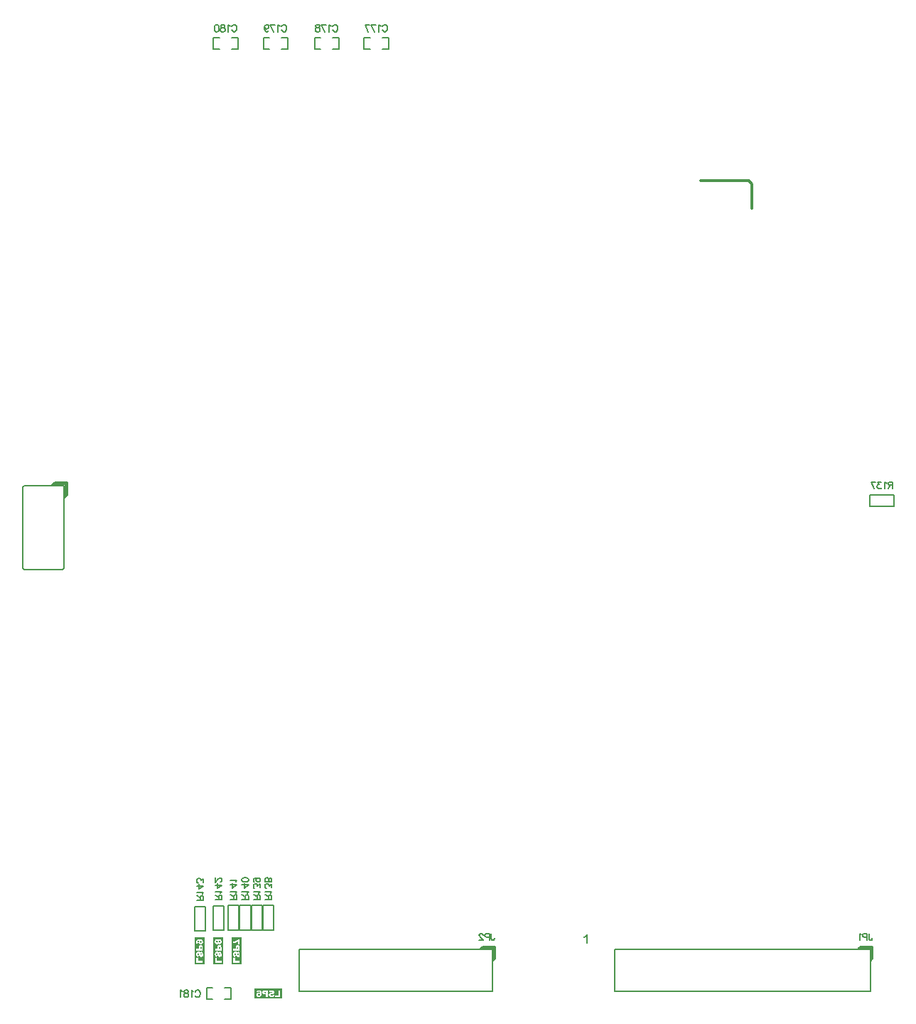
<source format=gbo>
G04*
G04 #@! TF.GenerationSoftware,Altium Limited,Altium Designer,20.0.10 (225)*
G04*
G04 Layer_Color=32896*
%FSLAX25Y25*%
%MOIN*%
G70*
G01*
G75*
%ADD12C,0.00591*%
%ADD15C,0.00787*%
%ADD16C,0.01181*%
%ADD22C,0.00600*%
G36*
X207705Y246839D02*
X213610D01*
Y240934D01*
X214791Y242115D01*
Y248020D01*
X214791Y248020D01*
X214791Y248020D01*
X208886D01*
X207705Y246839D01*
D02*
G37*
G36*
X408425Y29370D02*
X414330D01*
Y23465D01*
X415512Y24646D01*
Y30551D01*
X415512Y30551D01*
X415512Y30551D01*
X409606D01*
X408425Y29370D01*
D02*
G37*
G36*
X585598Y29370D02*
X591503D01*
Y23465D01*
X592684Y24646D01*
Y30551D01*
X592684Y30551D01*
X592684Y30551D01*
X586779D01*
X585598Y29370D01*
D02*
G37*
G36*
X458994Y31700D02*
X458125D01*
Y34977D01*
X458118Y34970D01*
X458102Y34957D01*
X458076Y34934D01*
X458040Y34905D01*
X457994Y34868D01*
X457938Y34826D01*
X457876Y34777D01*
X457804Y34727D01*
X457725Y34675D01*
X457640Y34619D01*
X457548Y34563D01*
X457449Y34511D01*
X457344Y34459D01*
X457233Y34406D01*
X457118Y34360D01*
X457000Y34317D01*
Y35108D01*
X457003D01*
X457016Y35114D01*
X457033Y35121D01*
X457059Y35131D01*
X457092Y35144D01*
X457128Y35157D01*
X457171Y35177D01*
X457220Y35200D01*
X457272Y35229D01*
X457328Y35259D01*
X457390Y35292D01*
X457453Y35331D01*
X457521Y35374D01*
X457590Y35419D01*
X457663Y35472D01*
X457738Y35528D01*
X457741Y35531D01*
X457754Y35541D01*
X457777Y35561D01*
X457804Y35583D01*
X457836Y35613D01*
X457872Y35649D01*
X457912Y35688D01*
X457958Y35734D01*
X458000Y35787D01*
X458046Y35843D01*
X458092Y35902D01*
X458138Y35967D01*
X458181Y36033D01*
X458220Y36105D01*
X458256Y36180D01*
X458286Y36256D01*
X458994D01*
Y31700D01*
D02*
G37*
G36*
X279234Y22013D02*
X274561D01*
Y34723D01*
X279234D01*
Y22013D01*
D02*
G37*
G36*
X287934D02*
X283261D01*
Y34729D01*
X287934D01*
Y22013D01*
D02*
G37*
G36*
X296534D02*
X291861D01*
Y34726D01*
X296534D01*
Y22013D01*
D02*
G37*
G36*
X315487Y6061D02*
X302747D01*
Y10734D01*
X315487D01*
Y6061D01*
D02*
G37*
%LPC*%
G36*
X276912Y33936D02*
X275348D01*
Y31468D01*
D01*
Y32612D01*
X275351Y32587D01*
Y32557D01*
X275354Y32524D01*
X275356Y32483D01*
X275359Y32442D01*
X275367Y32352D01*
X275384Y32257D01*
X275403Y32167D01*
X275416Y32123D01*
X275430Y32082D01*
Y32079D01*
X275433Y32074D01*
X275438Y32063D01*
X275446Y32049D01*
X275455Y32030D01*
X275465Y32011D01*
X275490Y31962D01*
X275526Y31907D01*
X275567Y31850D01*
X275616Y31793D01*
X275670Y31738D01*
X275673Y31735D01*
X275678Y31733D01*
X275687Y31724D01*
X275700Y31716D01*
X275714Y31705D01*
X275733Y31692D01*
X275755Y31678D01*
X275780Y31662D01*
X275810Y31645D01*
X275839Y31629D01*
X275908Y31593D01*
X275984Y31561D01*
X276069Y31530D01*
X276175Y32358D01*
X276173D01*
X276167Y32361D01*
X276159D01*
X276148Y32363D01*
X276115Y32371D01*
X276080Y32385D01*
X276039Y32399D01*
X275998Y32418D01*
X275960Y32440D01*
X275930Y32467D01*
X275927Y32470D01*
X275919Y32481D01*
X275908Y32497D01*
X275894Y32522D01*
X275881Y32549D01*
X275870Y32582D01*
X275861Y32617D01*
X275859Y32658D01*
Y32666D01*
X275861Y32677D01*
Y32691D01*
X275864Y32707D01*
X275870Y32726D01*
X275883Y32773D01*
X275894Y32797D01*
X275908Y32822D01*
X275924Y32849D01*
X275943Y32874D01*
X275968Y32901D01*
X275995Y32926D01*
X276025Y32950D01*
X276061Y32972D01*
X276063D01*
X276069Y32975D01*
X276077Y32980D01*
X276091Y32986D01*
X276110Y32991D01*
X276132Y32999D01*
X276162Y33007D01*
X276194Y33018D01*
X276235Y33027D01*
X276279Y33037D01*
X276331Y33048D01*
X276388Y33059D01*
X276454Y33068D01*
X276525Y33078D01*
X276604Y33087D01*
X276691Y33095D01*
X276689Y33092D01*
X276686Y33089D01*
X276678Y33081D01*
X276667Y33070D01*
X276639Y33040D01*
X276607Y32999D01*
X276568Y32953D01*
X276533Y32901D01*
X276498Y32846D01*
X276467Y32786D01*
Y32784D01*
X276465Y32778D01*
X276462Y32770D01*
X276456Y32759D01*
X276451Y32743D01*
X276446Y32726D01*
X276437Y32704D01*
X276432Y32683D01*
X276418Y32631D01*
X276407Y32568D01*
X276399Y32500D01*
X276396Y32423D01*
Y32404D01*
X276399Y32385D01*
X276402Y32355D01*
X276405Y32322D01*
X276413Y32281D01*
X276421Y32235D01*
X276432Y32186D01*
X276448Y32134D01*
X276465Y32079D01*
X276489Y32025D01*
X276517Y31967D01*
X276549Y31910D01*
X276588Y31853D01*
X276631Y31795D01*
X276680Y31743D01*
X276683Y31741D01*
X276694Y31733D01*
X276710Y31719D01*
X276732Y31700D01*
X276760Y31681D01*
X276795Y31656D01*
X276833Y31631D01*
X276880Y31607D01*
X276929Y31580D01*
X276983Y31555D01*
X277044Y31530D01*
X277106Y31511D01*
X277174Y31492D01*
X277248Y31479D01*
X277325Y31471D01*
X277404Y31468D01*
X277434D01*
X277456Y31471D01*
X277480Y31473D01*
X277513Y31476D01*
X277546Y31479D01*
X277584Y31484D01*
X277625Y31492D01*
X277669Y31501D01*
X277759Y31528D01*
X277808Y31541D01*
X277854Y31561D01*
X277901Y31582D01*
X277947Y31607D01*
X277950Y31610D01*
X277958Y31612D01*
X277972Y31621D01*
X277988Y31634D01*
X278007Y31648D01*
X278032Y31664D01*
X278056Y31686D01*
X278086Y31708D01*
X278116Y31735D01*
X278146Y31765D01*
X278176Y31795D01*
X278206Y31831D01*
X278267Y31907D01*
X278294Y31951D01*
X278318Y31995D01*
X278321Y31997D01*
X278324Y32006D01*
X278329Y32019D01*
X278338Y32038D01*
X278348Y32063D01*
X278359Y32093D01*
X278370Y32128D01*
X278384Y32167D01*
X278395Y32208D01*
X278406Y32257D01*
X278417Y32306D01*
X278428Y32363D01*
X278436Y32421D01*
X278441Y32483D01*
X278447Y32549D01*
Y32661D01*
X278444Y32691D01*
X278441Y32729D01*
X278438Y32773D01*
X278433Y32822D01*
X278428Y32876D01*
X278419Y32931D01*
X278409Y32991D01*
X278397Y33048D01*
X278381Y33111D01*
X278362Y33171D01*
X278343Y33229D01*
X278318Y33286D01*
X278291Y33338D01*
X278288Y33340D01*
X278283Y33349D01*
X278275Y33365D01*
X278261Y33384D01*
X278245Y33406D01*
X278226Y33433D01*
X278201Y33463D01*
X278171Y33493D01*
X278138Y33529D01*
X278103Y33564D01*
X278062Y33600D01*
X278018Y33635D01*
X277969Y33671D01*
X277917Y33706D01*
X277860Y33742D01*
X277800Y33772D01*
X277797Y33775D01*
X277783Y33780D01*
X277764Y33788D01*
X277740Y33796D01*
X277704Y33810D01*
X277663Y33824D01*
X277617Y33837D01*
X277562Y33854D01*
X277502Y33870D01*
X277437Y33884D01*
X277363Y33897D01*
X277284Y33911D01*
X277199Y33919D01*
X277109Y33928D01*
X277013Y33933D01*
X276912Y33936D01*
D02*
G37*
G36*
X278395Y31146D02*
X277456D01*
X277431Y31143D01*
X277401Y31140D01*
X277363Y31137D01*
X277319Y31132D01*
X277270Y31124D01*
X277216Y31113D01*
X277161Y31097D01*
X277103Y31080D01*
X277044Y31058D01*
X276983Y31031D01*
X276926Y30998D01*
X276869Y30963D01*
X276814Y30922D01*
X276765Y30873D01*
X276762Y30870D01*
X276754Y30859D01*
X276740Y30843D01*
X276727Y30821D01*
X276705Y30793D01*
X276686Y30758D01*
X276661Y30714D01*
X276639Y30665D01*
X276615Y30610D01*
X276590Y30551D01*
X276571Y30482D01*
X276552Y30406D01*
X276536Y30324D01*
X276522Y30237D01*
X276514Y30141D01*
X276511Y30040D01*
Y29535D01*
X275400D01*
Y31146D01*
Y28607D01*
X278395D01*
Y30163D01*
X278392Y30190D01*
Y30223D01*
X278387Y30267D01*
X278381Y30313D01*
X278376Y30368D01*
X278365Y30425D01*
X278351Y30485D01*
X278338Y30545D01*
X278316Y30608D01*
X278294Y30671D01*
X278267Y30731D01*
X278234Y30791D01*
X278198Y30845D01*
X278155Y30895D01*
X278152Y30897D01*
X278144Y30905D01*
X278130Y30919D01*
X278111Y30933D01*
X278086Y30952D01*
X278056Y30974D01*
X278021Y30996D01*
X277980Y31020D01*
X277933Y31045D01*
X277884Y31066D01*
X277827Y31088D01*
X277767Y31107D01*
X277701Y31124D01*
X277630Y31135D01*
X277554Y31143D01*
X277475Y31146D01*
X278395D01*
D02*
G37*
G36*
X276418Y28145D02*
X276345D01*
X276323Y28143D01*
X276298Y28140D01*
X276268Y28137D01*
X276235Y28132D01*
X276197Y28126D01*
X276159Y28118D01*
X276118Y28107D01*
X276072Y28093D01*
X276028Y28077D01*
X275981Y28058D01*
X275935Y28039D01*
X275889Y28012D01*
X275842Y27984D01*
X275839Y27981D01*
X275831Y27976D01*
X275820Y27968D01*
X275801Y27954D01*
X275782Y27938D01*
X275758Y27919D01*
X275733Y27897D01*
X275706Y27870D01*
X275676Y27840D01*
X275646Y27807D01*
X275616Y27769D01*
X275586Y27730D01*
X275556Y27687D01*
X275526Y27640D01*
X275498Y27591D01*
X275474Y27539D01*
Y27536D01*
X275468Y27526D01*
X275463Y27509D01*
X275455Y27487D01*
X275444Y27460D01*
X275433Y27425D01*
X275422Y27386D01*
X275411Y27343D01*
X275400Y27291D01*
X275389Y27236D01*
X275378Y27179D01*
X275367Y27113D01*
X275359Y27045D01*
X275354Y26974D01*
X275351Y26898D01*
X275348Y26819D01*
Y26767D01*
X275351Y26745D01*
Y26723D01*
X275354Y26696D01*
X275356Y26633D01*
X275364Y26562D01*
X275373Y26483D01*
X275384Y26401D01*
X275400Y26313D01*
X275419Y26223D01*
X275444Y26136D01*
X275471Y26049D01*
X275504Y25967D01*
X275545Y25890D01*
X275588Y25819D01*
X275613Y25789D01*
X275640Y25759D01*
X275643Y25757D01*
X275654Y25746D01*
X275670Y25732D01*
X275695Y25713D01*
X275722Y25691D01*
X275758Y25664D01*
X275799Y25637D01*
X275845Y25609D01*
X275897Y25579D01*
X275952Y25549D01*
X276014Y25522D01*
X276080Y25497D01*
X276151Y25473D01*
X276227Y25454D01*
X276306Y25440D01*
X276388Y25429D01*
X276446Y26308D01*
X276443D01*
X276437Y26311D01*
X276424D01*
X276410Y26313D01*
X276391Y26316D01*
X276372Y26322D01*
X276323Y26333D01*
X276271Y26349D01*
X276216Y26368D01*
X276162Y26393D01*
X276115Y26423D01*
X276113Y26425D01*
X276107Y26428D01*
X276099Y26439D01*
X276088Y26450D01*
X276074Y26464D01*
X276058Y26483D01*
X276042Y26505D01*
X276025Y26529D01*
X276009Y26557D01*
X275992Y26586D01*
X275976Y26619D01*
X275962Y26658D01*
X275952Y26696D01*
X275943Y26739D01*
X275938Y26783D01*
X275935Y26832D01*
Y26851D01*
X275938Y26865D01*
Y26881D01*
X275940Y26901D01*
X275946Y26944D01*
X275957Y26993D01*
X275973Y27045D01*
X275998Y27094D01*
X276028Y27138D01*
X276033Y27143D01*
X276044Y27154D01*
X276063Y27174D01*
X276091Y27193D01*
X276121Y27212D01*
X276159Y27231D01*
X276200Y27242D01*
X276244Y27247D01*
X276249D01*
X276263Y27244D01*
X276285Y27242D01*
X276312Y27233D01*
X276345Y27223D01*
X276380Y27204D01*
X276416Y27179D01*
X276451Y27143D01*
X276456Y27138D01*
X276459Y27132D01*
X276467Y27122D01*
X276476Y27108D01*
X276484Y27092D01*
X276495Y27070D01*
X276508Y27045D01*
X276522Y27015D01*
X276536Y26982D01*
X276549Y26944D01*
X276563Y26901D01*
X276579Y26851D01*
X276596Y26797D01*
X276609Y26734D01*
X276626Y26668D01*
Y26666D01*
X276628Y26663D01*
Y26652D01*
X276631Y26641D01*
X276637Y26627D01*
X276639Y26611D01*
X276650Y26570D01*
X276664Y26518D01*
X276680Y26461D01*
X276699Y26398D01*
X276721Y26333D01*
X276746Y26262D01*
X276773Y26188D01*
X276836Y26046D01*
X276871Y25978D01*
X276907Y25912D01*
X276948Y25852D01*
X276989Y25800D01*
X276992Y25798D01*
X277000Y25789D01*
X277013Y25776D01*
X277030Y25759D01*
X277052Y25740D01*
X277079Y25718D01*
X277112Y25694D01*
X277147Y25672D01*
X277185Y25647D01*
X277229Y25623D01*
X277278Y25601D01*
X277327Y25582D01*
X277385Y25565D01*
X277442Y25552D01*
X277502Y25544D01*
X277568Y25541D01*
X277570D01*
X277578D01*
X277590D01*
X277606Y25544D01*
X277628Y25546D01*
X277652Y25549D01*
X277680Y25552D01*
X277710Y25557D01*
X277775Y25574D01*
X277849Y25598D01*
X277887Y25612D01*
X277928Y25631D01*
X277966Y25650D01*
X278004Y25675D01*
X278007Y25677D01*
X278013Y25680D01*
X278024Y25688D01*
X278037Y25699D01*
X278056Y25713D01*
X278075Y25732D01*
X278097Y25751D01*
X278122Y25776D01*
X278146Y25803D01*
X278174Y25830D01*
X278201Y25866D01*
X278226Y25901D01*
X278253Y25940D01*
X278280Y25983D01*
X278305Y26027D01*
X278327Y26076D01*
X278329Y26079D01*
X278332Y26090D01*
X278338Y26103D01*
X278346Y26125D01*
X278354Y26152D01*
X278365Y26185D01*
X278376Y26223D01*
X278387Y26270D01*
X278397Y26319D01*
X278409Y26374D01*
X278419Y26434D01*
X278428Y26499D01*
X278436Y26570D01*
X278441Y26647D01*
X278447Y26728D01*
Y25429D01*
Y26868D01*
X278444Y26909D01*
X278441Y26955D01*
X278436Y27010D01*
X278428Y27072D01*
X278419Y27138D01*
X278409Y27206D01*
X278395Y27277D01*
X278376Y27351D01*
X278357Y27425D01*
X278332Y27496D01*
X278302Y27564D01*
X278269Y27627D01*
X278231Y27687D01*
X278228Y27689D01*
X278220Y27700D01*
X278209Y27714D01*
X278190Y27736D01*
X278168Y27758D01*
X278138Y27785D01*
X278105Y27815D01*
X278067Y27845D01*
X278021Y27878D01*
X277972Y27908D01*
X277917Y27938D01*
X277854Y27968D01*
X277789Y27992D01*
X277715Y28014D01*
X277636Y28033D01*
X277551Y28047D01*
X277502Y27176D01*
X277505D01*
X277510Y27174D01*
X277521D01*
X277535Y27168D01*
X277551Y27165D01*
X277570Y27160D01*
X277614Y27143D01*
X277663Y27124D01*
X277712Y27100D01*
X277759Y27067D01*
X277797Y27029D01*
X277800Y27023D01*
X277811Y27010D01*
X277827Y26982D01*
X277843Y26950D01*
X277860Y26903D01*
X277876Y26851D01*
X277887Y26791D01*
X277890Y26720D01*
Y26693D01*
X277887Y26666D01*
X277882Y26630D01*
X277873Y26589D01*
X277860Y26551D01*
X277843Y26510D01*
X277819Y26477D01*
X277816Y26475D01*
X277808Y26464D01*
X277792Y26453D01*
X277772Y26436D01*
X277748Y26423D01*
X277720Y26409D01*
X277688Y26398D01*
X277652Y26395D01*
X277649D01*
X277641D01*
X277628Y26398D01*
X277609Y26404D01*
X277590Y26412D01*
X277568Y26423D01*
X277546Y26439D01*
X277524Y26461D01*
X277521Y26464D01*
X277513Y26475D01*
X277502Y26496D01*
X277497Y26510D01*
X277488Y26526D01*
X277480Y26546D01*
X277472Y26567D01*
X277461Y26592D01*
X277453Y26622D01*
X277442Y26652D01*
X277434Y26690D01*
X277423Y26728D01*
X277415Y26772D01*
Y26775D01*
X277412Y26780D01*
Y26788D01*
X277409Y26799D01*
X277407Y26813D01*
X277401Y26829D01*
X277393Y26870D01*
X277379Y26922D01*
X277366Y26980D01*
X277349Y27042D01*
X277333Y27111D01*
X277314Y27179D01*
X277292Y27253D01*
X277245Y27397D01*
X277224Y27466D01*
X277199Y27531D01*
X277172Y27591D01*
X277147Y27643D01*
X277145Y27646D01*
X277142Y27654D01*
X277134Y27668D01*
X277123Y27687D01*
X277109Y27709D01*
X277095Y27733D01*
X277054Y27790D01*
X277008Y27850D01*
X276951Y27916D01*
X276885Y27973D01*
X276850Y28001D01*
X276814Y28025D01*
X276811Y28028D01*
X276806Y28031D01*
X276795Y28036D01*
X276779Y28044D01*
X276762Y28052D01*
X276740Y28063D01*
X276713Y28074D01*
X276686Y28085D01*
X276653Y28096D01*
X276620Y28107D01*
X276544Y28126D01*
X276462Y28140D01*
X276418Y28145D01*
D02*
G37*
G36*
X278395Y25170D02*
Y23726D01*
X276137D01*
Y25170D01*
X278395D01*
X275400D01*
Y22800D01*
X278395D01*
Y25170D01*
D02*
G37*
%LPD*%
G36*
X276836Y33933D02*
X276809D01*
X276779Y33930D01*
X276749Y33928D01*
X276713Y33925D01*
X276637Y33917D01*
X276552Y33908D01*
X276459Y33892D01*
X276364Y33876D01*
X276265Y33854D01*
X276167Y33824D01*
X276069Y33791D01*
X275973Y33753D01*
X275883Y33706D01*
X275801Y33654D01*
X275725Y33594D01*
X275719Y33592D01*
X275709Y33578D01*
X275689Y33559D01*
X275665Y33532D01*
X275638Y33496D01*
X275605Y33455D01*
X275572Y33406D01*
X275536Y33349D01*
X275501Y33283D01*
X275468Y33212D01*
X275435Y33136D01*
X275408Y33051D01*
X275384Y32958D01*
X275364Y32863D01*
X275354Y32759D01*
X275348Y32647D01*
Y33936D01*
X276858D01*
X276836Y33933D01*
D02*
G37*
G36*
X277448Y33059D02*
X277467D01*
X277491Y33057D01*
X277546Y33046D01*
X277606Y33032D01*
X277671Y33010D01*
X277731Y32980D01*
X277762Y32961D01*
X277789Y32939D01*
X277792D01*
X277794Y32934D01*
X277811Y32917D01*
X277832Y32893D01*
X277860Y32857D01*
X277884Y32814D01*
X277906Y32762D01*
X277923Y32704D01*
X277925Y32674D01*
X277928Y32642D01*
Y32625D01*
X277925Y32614D01*
X277923Y32584D01*
X277912Y32546D01*
X277898Y32502D01*
X277876Y32459D01*
X277843Y32412D01*
X277824Y32390D01*
X277802Y32369D01*
X277800D01*
X277797Y32363D01*
X277789Y32358D01*
X277778Y32352D01*
X277767Y32344D01*
X277750Y32333D01*
X277731Y32325D01*
X277710Y32314D01*
X277685Y32303D01*
X277655Y32295D01*
X277625Y32284D01*
X277592Y32276D01*
X277554Y32270D01*
X277516Y32265D01*
X277475Y32259D01*
X277428D01*
X277426D01*
X277417D01*
X277404D01*
X277387Y32262D01*
X277366D01*
X277341Y32265D01*
X277286Y32273D01*
X277224Y32287D01*
X277161Y32306D01*
X277098Y32333D01*
X277071Y32352D01*
X277044Y32371D01*
X277041Y32374D01*
X277038Y32377D01*
X277024Y32393D01*
X277003Y32418D01*
X276978Y32451D01*
X276953Y32491D01*
X276934Y32541D01*
X276918Y32595D01*
X276915Y32625D01*
X276912Y32655D01*
Y32672D01*
X276915Y32685D01*
X276921Y32715D01*
X276929Y32756D01*
X276945Y32803D01*
X276967Y32852D01*
X277000Y32898D01*
X277019Y32923D01*
X277041Y32945D01*
X277044Y32947D01*
X277046Y32950D01*
X277054Y32956D01*
X277065Y32964D01*
X277079Y32972D01*
X277093Y32983D01*
X277112Y32994D01*
X277134Y33005D01*
X277158Y33016D01*
X277185Y33024D01*
X277248Y33043D01*
X277322Y33057D01*
X277363Y33062D01*
X277407D01*
X277409D01*
X277417D01*
X277431D01*
X277448Y33059D01*
D02*
G37*
G36*
X277472Y30242D02*
X277497Y30239D01*
X277532Y30234D01*
X277568Y30220D01*
X277609Y30204D01*
X277649Y30182D01*
X277688Y30149D01*
X277693Y30144D01*
X277704Y30130D01*
X277710Y30119D01*
X277718Y30106D01*
X277729Y30089D01*
X277737Y30070D01*
X277745Y30048D01*
X277756Y30024D01*
X277764Y29994D01*
X277770Y29961D01*
X277778Y29925D01*
X277781Y29887D01*
X277786Y29843D01*
Y29535D01*
X277117D01*
Y29783D01*
X277120Y29802D01*
Y29824D01*
X277123Y29849D01*
X277128Y29906D01*
X277139Y29969D01*
X277155Y30032D01*
X277180Y30089D01*
X277194Y30114D01*
X277210Y30136D01*
X277216Y30141D01*
X277226Y30152D01*
X277248Y30171D01*
X277275Y30190D01*
X277308Y30209D01*
X277349Y30228D01*
X277396Y30239D01*
X277448Y30245D01*
X277450D01*
X277453D01*
X277461D01*
X277472Y30242D01*
D02*
G37*
%LPC*%
G36*
X285017Y33941D02*
X284048D01*
X284952D01*
X284935Y33938D01*
X284916D01*
X284892Y33936D01*
X284867Y33933D01*
X284837Y33928D01*
X284772Y33917D01*
X284701Y33897D01*
X284627Y33873D01*
X284553Y33837D01*
X284550D01*
X284545Y33832D01*
X284534Y33827D01*
X284520Y33818D01*
X284504Y33810D01*
X284488Y33796D01*
X284444Y33766D01*
X284395Y33731D01*
X284346Y33687D01*
X284297Y33638D01*
X284253Y33584D01*
Y33581D01*
X284247Y33578D01*
X284242Y33567D01*
X284237Y33556D01*
X284226Y33542D01*
X284217Y33523D01*
X284207Y33504D01*
X284193Y33480D01*
X284168Y33425D01*
X284144Y33362D01*
X284119Y33289D01*
X284097Y33209D01*
Y33207D01*
X284095Y33199D01*
X284092Y33188D01*
X284089Y33171D01*
X284086Y33149D01*
X284081Y33125D01*
X284078Y33098D01*
X284073Y33065D01*
X284067Y33032D01*
X284065Y32994D01*
X284056Y32915D01*
X284051Y32825D01*
X284048Y32732D01*
Y32565D01*
Y32685D01*
X284051Y32653D01*
Y32614D01*
X284054Y32568D01*
X284056Y32519D01*
X284062Y32464D01*
X284067Y32404D01*
X284075Y32347D01*
X284095Y32224D01*
X284108Y32167D01*
X284122Y32109D01*
X284141Y32055D01*
X284160Y32006D01*
X284163Y32003D01*
X284166Y31995D01*
X284171Y31981D01*
X284182Y31965D01*
X284193Y31943D01*
X284207Y31918D01*
X284245Y31864D01*
X284291Y31801D01*
X284346Y31738D01*
X284414Y31678D01*
X284449Y31651D01*
X284490Y31623D01*
X284493D01*
X284501Y31618D01*
X284512Y31612D01*
X284529Y31604D01*
X284550Y31593D01*
X284575Y31582D01*
X284602Y31571D01*
X284632Y31561D01*
X284668Y31547D01*
X284706Y31536D01*
X284788Y31514D01*
X284881Y31501D01*
X284930Y31498D01*
X284979Y31495D01*
X284048D01*
X287147D01*
Y32710D01*
X287144Y32726D01*
Y32767D01*
X287139Y32816D01*
X287136Y32874D01*
X287128Y32936D01*
X287119Y33005D01*
X287106Y33076D01*
X287092Y33147D01*
X287073Y33220D01*
X287051Y33294D01*
X287024Y33365D01*
X286994Y33433D01*
X286958Y33496D01*
X286917Y33553D01*
X286915Y33556D01*
X286906Y33567D01*
X286893Y33581D01*
X286876Y33600D01*
X286855Y33622D01*
X286827Y33646D01*
X286794Y33671D01*
X286759Y33698D01*
X286721Y33726D01*
X286677Y33750D01*
X286628Y33775D01*
X286579Y33796D01*
X286524Y33816D01*
X286467Y33829D01*
X286404Y33840D01*
X286341Y33843D01*
X286339D01*
X286333D01*
X286322D01*
X286306Y33840D01*
X286290D01*
X286268Y33837D01*
X286243Y33835D01*
X286219Y33829D01*
X286158Y33816D01*
X286096Y33794D01*
X286027Y33766D01*
X285962Y33728D01*
X285959D01*
X285956Y33726D01*
X285940Y33712D01*
X285913Y33690D01*
X285880Y33663D01*
X285842Y33625D01*
X285801Y33578D01*
X285754Y33523D01*
X285708Y33458D01*
Y33461D01*
X285702Y33469D01*
X285697Y33483D01*
X285686Y33499D01*
X285675Y33518D01*
X285662Y33542D01*
X285626Y33594D01*
X285582Y33654D01*
X285530Y33715D01*
X285468Y33772D01*
X285435Y33796D01*
X285400Y33821D01*
X285397Y33824D01*
X285391Y33827D01*
X285380Y33832D01*
X285367Y33840D01*
X285348Y33848D01*
X285326Y33859D01*
X285301Y33870D01*
X285274Y33881D01*
X285244Y33892D01*
X285211Y33903D01*
X285140Y33922D01*
X285058Y33936D01*
X285017Y33941D01*
D02*
G37*
G36*
X287095Y31146D02*
D01*
Y30485D01*
Y31146D01*
D02*
G37*
G36*
D02*
X286156D01*
X286131Y31143D01*
X286101Y31140D01*
X286063Y31137D01*
X286019Y31132D01*
X285970Y31124D01*
X285915Y31113D01*
X285861Y31097D01*
X285804Y31080D01*
X285743Y31058D01*
X285683Y31031D01*
X285626Y30998D01*
X285569Y30963D01*
X285514Y30922D01*
X285465Y30873D01*
X285462Y30870D01*
X285454Y30859D01*
X285440Y30843D01*
X285427Y30821D01*
X285405Y30793D01*
X285386Y30758D01*
X285361Y30714D01*
X285339Y30665D01*
X285315Y30610D01*
X285290Y30551D01*
X285271Y30482D01*
X285252Y30406D01*
X285236Y30324D01*
X285222Y30237D01*
X285214Y30141D01*
X285211Y30040D01*
Y29535D01*
X284100D01*
Y28607D01*
X287095D01*
Y30182D01*
Y30163D01*
X287092Y30190D01*
Y30223D01*
X287087Y30267D01*
X287081Y30313D01*
X287076Y30368D01*
X287065Y30425D01*
X287051Y30485D01*
X287037Y30545D01*
X287016Y30608D01*
X286994Y30671D01*
X286966Y30731D01*
X286934Y30791D01*
X286898Y30845D01*
X286855Y30895D01*
X286852Y30897D01*
X286844Y30905D01*
X286830Y30919D01*
X286811Y30933D01*
X286786Y30952D01*
X286756Y30974D01*
X286721Y30996D01*
X286680Y31020D01*
X286633Y31045D01*
X286584Y31066D01*
X286527Y31088D01*
X286467Y31107D01*
X286401Y31124D01*
X286330Y31135D01*
X286254Y31143D01*
X286175Y31146D01*
X287095D01*
D02*
G37*
G36*
X285118Y28145D02*
X285045D01*
X285023Y28143D01*
X284998Y28140D01*
X284968Y28137D01*
X284935Y28132D01*
X284897Y28126D01*
X284859Y28118D01*
X284818Y28107D01*
X284772Y28093D01*
X284728Y28077D01*
X284682Y28058D01*
X284635Y28039D01*
X284589Y28012D01*
X284542Y27984D01*
X284540Y27981D01*
X284531Y27976D01*
X284520Y27968D01*
X284501Y27954D01*
X284482Y27938D01*
X284458Y27919D01*
X284433Y27897D01*
X284406Y27870D01*
X284376Y27840D01*
X284346Y27807D01*
X284316Y27769D01*
X284286Y27730D01*
X284256Y27687D01*
X284226Y27640D01*
X284198Y27591D01*
X284174Y27539D01*
Y27536D01*
X284168Y27526D01*
X284163Y27509D01*
X284155Y27487D01*
X284144Y27460D01*
X284133Y27425D01*
X284122Y27386D01*
X284111Y27343D01*
X284100Y27291D01*
X284089Y27236D01*
X284078Y27179D01*
X284067Y27113D01*
X284059Y27045D01*
X284054Y26974D01*
X284051Y26898D01*
X284048Y26819D01*
Y26767D01*
X284051Y26745D01*
Y26723D01*
X284054Y26696D01*
X284056Y26633D01*
X284065Y26562D01*
X284073Y26483D01*
X284084Y26401D01*
X284100Y26313D01*
X284119Y26223D01*
X284144Y26136D01*
X284171Y26049D01*
X284204Y25967D01*
X284245Y25890D01*
X284288Y25819D01*
X284313Y25789D01*
X284340Y25759D01*
X284343Y25757D01*
X284354Y25746D01*
X284370Y25732D01*
X284395Y25713D01*
X284422Y25691D01*
X284458Y25664D01*
X284499Y25637D01*
X284545Y25609D01*
X284597Y25579D01*
X284651Y25549D01*
X284714Y25522D01*
X284780Y25497D01*
X284851Y25473D01*
X284927Y25454D01*
X285006Y25440D01*
X285088Y25429D01*
X285146Y26308D01*
X285143D01*
X285137Y26311D01*
X285124D01*
X285110Y26313D01*
X285091Y26316D01*
X285072Y26322D01*
X285023Y26333D01*
X284971Y26349D01*
X284916Y26368D01*
X284862Y26393D01*
X284815Y26423D01*
X284812Y26425D01*
X284807Y26428D01*
X284799Y26439D01*
X284788Y26450D01*
X284774Y26464D01*
X284758Y26483D01*
X284742Y26505D01*
X284725Y26529D01*
X284709Y26557D01*
X284692Y26586D01*
X284676Y26619D01*
X284662Y26658D01*
X284651Y26696D01*
X284643Y26739D01*
X284638Y26783D01*
X284635Y26832D01*
Y26851D01*
X284638Y26865D01*
Y26881D01*
X284641Y26901D01*
X284646Y26944D01*
X284657Y26993D01*
X284673Y27045D01*
X284698Y27094D01*
X284728Y27138D01*
X284733Y27143D01*
X284744Y27154D01*
X284763Y27174D01*
X284791Y27193D01*
X284821Y27212D01*
X284859Y27231D01*
X284900Y27242D01*
X284944Y27247D01*
X284949D01*
X284963Y27244D01*
X284984Y27242D01*
X285012Y27233D01*
X285045Y27223D01*
X285080Y27204D01*
X285116Y27179D01*
X285151Y27143D01*
X285156Y27138D01*
X285159Y27132D01*
X285167Y27122D01*
X285176Y27108D01*
X285184Y27092D01*
X285195Y27070D01*
X285208Y27045D01*
X285222Y27015D01*
X285236Y26982D01*
X285249Y26944D01*
X285263Y26901D01*
X285279Y26851D01*
X285296Y26797D01*
X285309Y26734D01*
X285326Y26668D01*
Y26666D01*
X285329Y26663D01*
Y26652D01*
X285331Y26641D01*
X285337Y26627D01*
X285339Y26611D01*
X285350Y26570D01*
X285364Y26518D01*
X285380Y26461D01*
X285400Y26398D01*
X285421Y26333D01*
X285446Y26262D01*
X285473Y26188D01*
X285536Y26046D01*
X285572Y25978D01*
X285607Y25912D01*
X285648Y25852D01*
X285689Y25800D01*
X285692Y25798D01*
X285700Y25789D01*
X285713Y25776D01*
X285730Y25759D01*
X285752Y25740D01*
X285779Y25718D01*
X285812Y25694D01*
X285847Y25672D01*
X285885Y25647D01*
X285929Y25623D01*
X285978Y25601D01*
X286027Y25582D01*
X286085Y25565D01*
X286142Y25552D01*
X286202Y25544D01*
X286268Y25541D01*
X286270D01*
X286279D01*
X286290D01*
X286306Y25544D01*
X286328Y25546D01*
X286352Y25549D01*
X286380Y25552D01*
X286410Y25557D01*
X286475Y25574D01*
X286549Y25598D01*
X286587Y25612D01*
X286628Y25631D01*
X286666Y25650D01*
X286704Y25675D01*
X286707Y25677D01*
X286713Y25680D01*
X286723Y25688D01*
X286737Y25699D01*
X286756Y25713D01*
X286775Y25732D01*
X286797Y25751D01*
X286822Y25776D01*
X286846Y25803D01*
X286874Y25830D01*
X286901Y25866D01*
X286926Y25901D01*
X286953Y25940D01*
X286980Y25983D01*
X287005Y26027D01*
X287027Y26076D01*
X287029Y26079D01*
X287032Y26090D01*
X287037Y26103D01*
X287046Y26125D01*
X287054Y26152D01*
X287065Y26185D01*
X287076Y26223D01*
X287087Y26270D01*
X287098Y26319D01*
X287108Y26374D01*
X287119Y26434D01*
X287128Y26499D01*
X287136Y26570D01*
X287141Y26647D01*
X287147Y26728D01*
Y25429D01*
Y26868D01*
X287144Y26909D01*
X287141Y26955D01*
X287136Y27010D01*
X287128Y27072D01*
X287119Y27138D01*
X287108Y27206D01*
X287095Y27277D01*
X287076Y27351D01*
X287057Y27425D01*
X287032Y27496D01*
X287002Y27564D01*
X286969Y27627D01*
X286931Y27687D01*
X286928Y27689D01*
X286920Y27700D01*
X286909Y27714D01*
X286890Y27736D01*
X286868Y27758D01*
X286838Y27785D01*
X286805Y27815D01*
X286767Y27845D01*
X286721Y27878D01*
X286672Y27908D01*
X286617Y27938D01*
X286554Y27968D01*
X286489Y27992D01*
X286415Y28014D01*
X286336Y28033D01*
X286251Y28047D01*
X286202Y27176D01*
X286205D01*
X286210Y27174D01*
X286221D01*
X286235Y27168D01*
X286251Y27165D01*
X286270Y27160D01*
X286314Y27143D01*
X286363Y27124D01*
X286412Y27100D01*
X286459Y27067D01*
X286497Y27029D01*
X286500Y27023D01*
X286511Y27010D01*
X286527Y26982D01*
X286543Y26950D01*
X286560Y26903D01*
X286576Y26851D01*
X286587Y26791D01*
X286590Y26720D01*
Y26693D01*
X286587Y26666D01*
X286582Y26630D01*
X286573Y26589D01*
X286560Y26551D01*
X286543Y26510D01*
X286519Y26477D01*
X286516Y26475D01*
X286508Y26464D01*
X286491Y26453D01*
X286472Y26436D01*
X286448Y26423D01*
X286420Y26409D01*
X286388Y26398D01*
X286352Y26395D01*
X286350D01*
X286341D01*
X286328Y26398D01*
X286309Y26404D01*
X286290Y26412D01*
X286268Y26423D01*
X286246Y26439D01*
X286224Y26461D01*
X286221Y26464D01*
X286213Y26475D01*
X286202Y26496D01*
X286197Y26510D01*
X286189Y26526D01*
X286180Y26546D01*
X286172Y26567D01*
X286161Y26592D01*
X286153Y26622D01*
X286142Y26652D01*
X286134Y26690D01*
X286123Y26728D01*
X286115Y26772D01*
Y26775D01*
X286112Y26780D01*
Y26788D01*
X286109Y26799D01*
X286107Y26813D01*
X286101Y26829D01*
X286093Y26870D01*
X286079Y26922D01*
X286066Y26980D01*
X286049Y27042D01*
X286033Y27111D01*
X286014Y27179D01*
X285992Y27253D01*
X285946Y27397D01*
X285924Y27466D01*
X285899Y27531D01*
X285872Y27591D01*
X285847Y27643D01*
X285844Y27646D01*
X285842Y27654D01*
X285834Y27668D01*
X285823Y27687D01*
X285809Y27709D01*
X285795Y27733D01*
X285754Y27790D01*
X285708Y27850D01*
X285651Y27916D01*
X285585Y27973D01*
X285550Y28001D01*
X285514Y28025D01*
X285511Y28028D01*
X285506Y28031D01*
X285495Y28036D01*
X285479Y28044D01*
X285462Y28052D01*
X285440Y28063D01*
X285413Y28074D01*
X285386Y28085D01*
X285353Y28096D01*
X285320Y28107D01*
X285244Y28126D01*
X285162Y28140D01*
X285118Y28145D01*
D02*
G37*
G36*
X287095Y25170D02*
Y23726D01*
X284837D01*
Y25170D01*
X287095D01*
X284100D01*
Y22800D01*
X287095D01*
Y25170D01*
D02*
G37*
%LPD*%
G36*
X286314Y33048D02*
X286344Y33046D01*
X286380Y33040D01*
X286420Y33027D01*
X286461Y33010D01*
X286502Y32986D01*
X286541Y32953D01*
X286546Y32947D01*
X286557Y32936D01*
X286571Y32915D01*
X286590Y32887D01*
X286609Y32852D01*
X286623Y32811D01*
X286633Y32762D01*
X286639Y32710D01*
Y32696D01*
X286636Y32685D01*
X286633Y32658D01*
X286628Y32623D01*
X286614Y32584D01*
X286598Y32543D01*
X286576Y32502D01*
X286543Y32464D01*
X286538Y32462D01*
X286527Y32451D01*
X286505Y32434D01*
X286478Y32418D01*
X286442Y32401D01*
X286399Y32385D01*
X286352Y32374D01*
X286298Y32371D01*
X286295D01*
X286292D01*
X286284D01*
X286273Y32374D01*
X286243Y32377D01*
X286208Y32382D01*
X286169Y32396D01*
X286126Y32412D01*
X286085Y32434D01*
X286047Y32467D01*
X286044Y32472D01*
X286033Y32483D01*
X286017Y32505D01*
X286000Y32535D01*
X285984Y32571D01*
X285967Y32614D01*
X285956Y32666D01*
X285954Y32724D01*
Y32737D01*
X285956Y32748D01*
X285959Y32773D01*
X285965Y32805D01*
X285976Y32844D01*
X285992Y32882D01*
X286017Y32923D01*
X286047Y32958D01*
X286052Y32961D01*
X286063Y32972D01*
X286085Y32988D01*
X286112Y33005D01*
X286147Y33021D01*
X286189Y33037D01*
X286235Y33048D01*
X286290Y33051D01*
X286292D01*
X286298D01*
X286306D01*
X286314Y33048D01*
D02*
G37*
G36*
X285042Y33103D02*
X285058D01*
X285080Y33100D01*
X285124Y33092D01*
X285176Y33076D01*
X285230Y33054D01*
X285285Y33027D01*
X285309Y33007D01*
X285334Y32986D01*
X285337D01*
X285339Y32980D01*
X285353Y32964D01*
X285375Y32939D01*
X285400Y32906D01*
X285421Y32866D01*
X285443Y32819D01*
X285457Y32767D01*
X285462Y32740D01*
Y32693D01*
X285459Y32683D01*
X285457Y32655D01*
X285446Y32617D01*
X285432Y32576D01*
X285410Y32530D01*
X285380Y32483D01*
X285361Y32462D01*
X285339Y32440D01*
X285334Y32434D01*
X285326Y32429D01*
X285318Y32421D01*
X285290Y32404D01*
X285252Y32382D01*
X285203Y32361D01*
X285148Y32344D01*
X285080Y32330D01*
X285006Y32325D01*
X285004D01*
X284998D01*
X284987D01*
X284974Y32328D01*
X284957D01*
X284938Y32330D01*
X284892Y32341D01*
X284843Y32355D01*
X284788Y32377D01*
X284733Y32407D01*
X284709Y32423D01*
X284684Y32445D01*
Y32448D01*
X284679Y32451D01*
X284665Y32467D01*
X284643Y32491D01*
X284621Y32524D01*
X284600Y32565D01*
X284578Y32612D01*
X284564Y32664D01*
X284561Y32691D01*
X284559Y32718D01*
Y32732D01*
X284561Y32743D01*
X284564Y32773D01*
X284575Y32808D01*
X284589Y32849D01*
X284611Y32895D01*
X284643Y32939D01*
X284662Y32964D01*
X284684Y32986D01*
X284687Y32988D01*
X284690Y32991D01*
X284698Y32997D01*
X284709Y33005D01*
X284736Y33024D01*
X284774Y33046D01*
X284821Y33068D01*
X284875Y33087D01*
X284938Y33100D01*
X284974Y33106D01*
X285009D01*
X285012D01*
X285017D01*
X285028D01*
X285042Y33103D01*
D02*
G37*
G36*
X287147Y31495D02*
X285004D01*
X285023Y31498D01*
X285047D01*
X285072Y31501D01*
X285102Y31506D01*
X285135Y31511D01*
X285206Y31525D01*
X285279Y31547D01*
X285356Y31577D01*
X285391Y31593D01*
X285427Y31615D01*
X285430Y31618D01*
X285435Y31621D01*
X285443Y31629D01*
X285457Y31640D01*
X285473Y31651D01*
X285490Y31667D01*
X285509Y31686D01*
X285530Y31708D01*
X285552Y31733D01*
X285577Y31763D01*
X285599Y31793D01*
X285623Y31828D01*
X285645Y31864D01*
X285667Y31905D01*
X285689Y31948D01*
X285708Y31995D01*
Y31992D01*
X285713Y31986D01*
X285719Y31975D01*
X285727Y31962D01*
X285735Y31945D01*
X285749Y31929D01*
X285776Y31885D01*
X285812Y31839D01*
X285850Y31790D01*
X285896Y31746D01*
X285943Y31708D01*
X285946D01*
X285951Y31703D01*
X285959Y31697D01*
X285973Y31689D01*
X285989Y31681D01*
X286011Y31670D01*
X286033Y31659D01*
X286060Y31648D01*
X286118Y31626D01*
X286186Y31607D01*
X286265Y31593D01*
X286306Y31591D01*
X286347Y31588D01*
X286352D01*
X286363D01*
X286382Y31591D01*
X286410Y31593D01*
X286442Y31599D01*
X286478Y31607D01*
X286519Y31618D01*
X286565Y31631D01*
X286612Y31651D01*
X286664Y31675D01*
X286713Y31703D01*
X286765Y31735D01*
X286816Y31776D01*
X286865Y31823D01*
X286915Y31877D01*
X286961Y31940D01*
X286964Y31943D01*
X286969Y31954D01*
X286977Y31967D01*
X286991Y31989D01*
X287005Y32019D01*
X287021Y32052D01*
X287037Y32090D01*
X287054Y32134D01*
X287070Y32183D01*
X287089Y32240D01*
X287103Y32300D01*
X287117Y32363D01*
X287130Y32434D01*
X287139Y32508D01*
X287144Y32587D01*
X287147Y32669D01*
Y31495D01*
D02*
G37*
G36*
X286172Y30242D02*
X286197Y30239D01*
X286232Y30234D01*
X286268Y30220D01*
X286309Y30204D01*
X286350Y30182D01*
X286388Y30149D01*
X286393Y30144D01*
X286404Y30130D01*
X286410Y30119D01*
X286418Y30106D01*
X286429Y30089D01*
X286437Y30070D01*
X286445Y30048D01*
X286456Y30024D01*
X286464Y29994D01*
X286470Y29961D01*
X286478Y29925D01*
X286481Y29887D01*
X286486Y29843D01*
Y29535D01*
X285817D01*
Y29783D01*
X285820Y29802D01*
Y29824D01*
X285823Y29849D01*
X285828Y29906D01*
X285839Y29969D01*
X285855Y30032D01*
X285880Y30089D01*
X285894Y30114D01*
X285910Y30136D01*
X285915Y30141D01*
X285926Y30152D01*
X285948Y30171D01*
X285976Y30190D01*
X286008Y30209D01*
X286049Y30228D01*
X286096Y30239D01*
X286147Y30245D01*
X286150D01*
X286153D01*
X286161D01*
X286172Y30242D01*
D02*
G37*
%LPC*%
G36*
X295695Y33938D02*
X292700D01*
X295132D01*
X295130Y33936D01*
X295119Y33925D01*
X295105Y33908D01*
X295083Y33887D01*
X295056Y33859D01*
X295023Y33827D01*
X294988Y33791D01*
X294947Y33753D01*
X294903Y33712D01*
X294854Y33671D01*
X294805Y33627D01*
X294750Y33581D01*
X294636Y33493D01*
X294513Y33409D01*
X294507Y33406D01*
X294494Y33398D01*
X294472Y33384D01*
X294442Y33365D01*
X294404Y33343D01*
X294360Y33319D01*
X294308Y33291D01*
X294248Y33261D01*
X294185Y33229D01*
X294114Y33196D01*
X294040Y33163D01*
X293961Y33128D01*
X293879Y33095D01*
X293792Y33062D01*
X293705Y33032D01*
X293612Y33002D01*
X293606D01*
X293595Y32997D01*
X293574Y32991D01*
X293544Y32983D01*
X293505Y32972D01*
X293462Y32961D01*
X293412Y32950D01*
X293353Y32936D01*
X293290Y32923D01*
X293221Y32912D01*
X293145Y32898D01*
X293066Y32885D01*
X292981Y32874D01*
X292891Y32863D01*
X292798Y32852D01*
X292700Y32844D01*
Y32014D01*
X292703D01*
X292708D01*
X292719Y32017D01*
X292733Y32019D01*
X292749Y32022D01*
X292771Y32025D01*
X292796Y32027D01*
X292823Y32033D01*
X292853Y32036D01*
X292886Y32041D01*
X292957Y32055D01*
X293039Y32071D01*
X293129Y32087D01*
X293221Y32107D01*
X293322Y32131D01*
X293424Y32156D01*
X293527Y32183D01*
X293732Y32246D01*
X293833Y32281D01*
X293929Y32320D01*
X293931D01*
X293934Y32322D01*
X293942Y32325D01*
X293950Y32330D01*
X293978Y32341D01*
X294016Y32361D01*
X294062Y32382D01*
X294117Y32412D01*
X294177Y32445D01*
X294248Y32483D01*
X294324Y32527D01*
X294406Y32576D01*
X294494Y32631D01*
X294586Y32691D01*
X294685Y32756D01*
X294786Y32830D01*
X294887Y32906D01*
X294993Y32988D01*
Y31509D01*
X292700D01*
X295695D01*
Y33938D01*
D02*
G37*
G36*
Y31146D02*
D01*
Y30485D01*
Y31146D01*
D02*
G37*
G36*
D02*
X294756D01*
X294731Y31143D01*
X294701Y31140D01*
X294663Y31137D01*
X294619Y31132D01*
X294570Y31124D01*
X294515Y31113D01*
X294461Y31097D01*
X294404Y31080D01*
X294343Y31058D01*
X294283Y31031D01*
X294226Y30998D01*
X294169Y30963D01*
X294114Y30922D01*
X294065Y30873D01*
X294062Y30870D01*
X294054Y30859D01*
X294040Y30843D01*
X294027Y30821D01*
X294005Y30793D01*
X293986Y30758D01*
X293961Y30714D01*
X293939Y30665D01*
X293915Y30610D01*
X293890Y30551D01*
X293871Y30482D01*
X293852Y30406D01*
X293836Y30324D01*
X293822Y30237D01*
X293814Y30141D01*
X293811Y30040D01*
Y29535D01*
X292700D01*
Y28607D01*
X295695D01*
Y30182D01*
Y30163D01*
X295692Y30190D01*
Y30223D01*
X295687Y30267D01*
X295681Y30313D01*
X295676Y30368D01*
X295665Y30425D01*
X295651Y30485D01*
X295637Y30545D01*
X295616Y30608D01*
X295594Y30671D01*
X295567Y30731D01*
X295534Y30791D01*
X295498Y30845D01*
X295455Y30895D01*
X295452Y30897D01*
X295444Y30905D01*
X295430Y30919D01*
X295411Y30933D01*
X295386Y30952D01*
X295356Y30974D01*
X295321Y30996D01*
X295280Y31020D01*
X295233Y31045D01*
X295184Y31066D01*
X295127Y31088D01*
X295067Y31107D01*
X295001Y31124D01*
X294930Y31135D01*
X294854Y31143D01*
X294775Y31146D01*
X295695D01*
D02*
G37*
G36*
X293718Y28145D02*
X293645D01*
X293623Y28143D01*
X293598Y28140D01*
X293568Y28137D01*
X293535Y28132D01*
X293497Y28126D01*
X293459Y28118D01*
X293418Y28107D01*
X293372Y28093D01*
X293328Y28077D01*
X293282Y28058D01*
X293235Y28039D01*
X293189Y28012D01*
X293142Y27984D01*
X293140Y27981D01*
X293131Y27976D01*
X293120Y27968D01*
X293101Y27954D01*
X293082Y27938D01*
X293058Y27919D01*
X293033Y27897D01*
X293006Y27870D01*
X292976Y27840D01*
X292946Y27807D01*
X292916Y27769D01*
X292886Y27730D01*
X292856Y27687D01*
X292826Y27640D01*
X292798Y27591D01*
X292774Y27539D01*
Y27536D01*
X292768Y27526D01*
X292763Y27509D01*
X292755Y27487D01*
X292744Y27460D01*
X292733Y27425D01*
X292722Y27386D01*
X292711Y27343D01*
X292700Y27291D01*
X292689Y27236D01*
X292678Y27179D01*
X292667Y27113D01*
X292659Y27045D01*
X292654Y26974D01*
X292651Y26898D01*
X292648Y26819D01*
Y26767D01*
X292651Y26745D01*
Y26723D01*
X292654Y26696D01*
X292656Y26633D01*
X292665Y26562D01*
X292673Y26483D01*
X292684Y26401D01*
X292700Y26313D01*
X292719Y26223D01*
X292744Y26136D01*
X292771Y26049D01*
X292804Y25967D01*
X292845Y25890D01*
X292888Y25819D01*
X292913Y25789D01*
X292940Y25759D01*
X292943Y25757D01*
X292954Y25746D01*
X292970Y25732D01*
X292995Y25713D01*
X293022Y25691D01*
X293058Y25664D01*
X293099Y25637D01*
X293145Y25609D01*
X293197Y25579D01*
X293251Y25549D01*
X293314Y25522D01*
X293380Y25497D01*
X293451Y25473D01*
X293527Y25454D01*
X293606Y25440D01*
X293688Y25429D01*
X293746Y26308D01*
X293743D01*
X293737Y26311D01*
X293724D01*
X293710Y26313D01*
X293691Y26316D01*
X293672Y26322D01*
X293623Y26333D01*
X293571Y26349D01*
X293516Y26368D01*
X293462Y26393D01*
X293415Y26423D01*
X293412Y26425D01*
X293407Y26428D01*
X293399Y26439D01*
X293388Y26450D01*
X293374Y26464D01*
X293358Y26483D01*
X293342Y26505D01*
X293325Y26529D01*
X293309Y26557D01*
X293292Y26586D01*
X293276Y26619D01*
X293262Y26658D01*
X293251Y26696D01*
X293243Y26739D01*
X293238Y26783D01*
X293235Y26832D01*
Y26851D01*
X293238Y26865D01*
Y26881D01*
X293240Y26901D01*
X293246Y26944D01*
X293257Y26993D01*
X293273Y27045D01*
X293298Y27094D01*
X293328Y27138D01*
X293333Y27143D01*
X293344Y27154D01*
X293363Y27174D01*
X293391Y27193D01*
X293421Y27212D01*
X293459Y27231D01*
X293500Y27242D01*
X293544Y27247D01*
X293549D01*
X293563Y27244D01*
X293584Y27242D01*
X293612Y27233D01*
X293645Y27223D01*
X293680Y27204D01*
X293716Y27179D01*
X293751Y27143D01*
X293757Y27138D01*
X293759Y27132D01*
X293767Y27122D01*
X293776Y27108D01*
X293784Y27092D01*
X293795Y27070D01*
X293808Y27045D01*
X293822Y27015D01*
X293836Y26982D01*
X293849Y26944D01*
X293863Y26901D01*
X293879Y26851D01*
X293896Y26797D01*
X293909Y26734D01*
X293926Y26668D01*
Y26666D01*
X293929Y26663D01*
Y26652D01*
X293931Y26641D01*
X293937Y26627D01*
X293939Y26611D01*
X293950Y26570D01*
X293964Y26518D01*
X293980Y26461D01*
X294000Y26398D01*
X294021Y26333D01*
X294046Y26262D01*
X294073Y26188D01*
X294136Y26046D01*
X294172Y25978D01*
X294207Y25912D01*
X294248Y25852D01*
X294289Y25800D01*
X294292Y25798D01*
X294300Y25789D01*
X294313Y25776D01*
X294330Y25759D01*
X294352Y25740D01*
X294379Y25718D01*
X294412Y25694D01*
X294447Y25672D01*
X294485Y25647D01*
X294529Y25623D01*
X294578Y25601D01*
X294627Y25582D01*
X294685Y25565D01*
X294742Y25552D01*
X294802Y25544D01*
X294868Y25541D01*
X294870D01*
X294879D01*
X294889D01*
X294906Y25544D01*
X294928Y25546D01*
X294952Y25549D01*
X294980Y25552D01*
X295010Y25557D01*
X295075Y25574D01*
X295149Y25598D01*
X295187Y25612D01*
X295228Y25631D01*
X295266Y25650D01*
X295304Y25675D01*
X295307Y25677D01*
X295313Y25680D01*
X295323Y25688D01*
X295337Y25699D01*
X295356Y25713D01*
X295375Y25732D01*
X295397Y25751D01*
X295422Y25776D01*
X295446Y25803D01*
X295474Y25830D01*
X295501Y25866D01*
X295526Y25901D01*
X295553Y25940D01*
X295580Y25983D01*
X295605Y26027D01*
X295627Y26076D01*
X295629Y26079D01*
X295632Y26090D01*
X295637Y26103D01*
X295646Y26125D01*
X295654Y26152D01*
X295665Y26185D01*
X295676Y26223D01*
X295687Y26270D01*
X295697Y26319D01*
X295708Y26374D01*
X295719Y26434D01*
X295728Y26499D01*
X295736Y26570D01*
X295741Y26647D01*
X295747Y26728D01*
Y25429D01*
Y26868D01*
X295744Y26909D01*
X295741Y26955D01*
X295736Y27010D01*
X295728Y27072D01*
X295719Y27138D01*
X295708Y27206D01*
X295695Y27277D01*
X295676Y27351D01*
X295657Y27425D01*
X295632Y27496D01*
X295602Y27564D01*
X295569Y27627D01*
X295531Y27687D01*
X295528Y27689D01*
X295520Y27700D01*
X295509Y27714D01*
X295490Y27736D01*
X295468Y27758D01*
X295438Y27785D01*
X295405Y27815D01*
X295367Y27845D01*
X295321Y27878D01*
X295272Y27908D01*
X295217Y27938D01*
X295154Y27968D01*
X295089Y27992D01*
X295015Y28014D01*
X294936Y28033D01*
X294851Y28047D01*
X294802Y27176D01*
X294805D01*
X294810Y27174D01*
X294821D01*
X294835Y27168D01*
X294851Y27165D01*
X294870Y27160D01*
X294914Y27143D01*
X294963Y27124D01*
X295012Y27100D01*
X295059Y27067D01*
X295097Y27029D01*
X295100Y27023D01*
X295111Y27010D01*
X295127Y26982D01*
X295143Y26950D01*
X295160Y26903D01*
X295176Y26851D01*
X295187Y26791D01*
X295190Y26720D01*
Y26693D01*
X295187Y26666D01*
X295182Y26630D01*
X295173Y26589D01*
X295160Y26551D01*
X295143Y26510D01*
X295119Y26477D01*
X295116Y26475D01*
X295108Y26464D01*
X295092Y26453D01*
X295072Y26436D01*
X295048Y26423D01*
X295021Y26409D01*
X294988Y26398D01*
X294952Y26395D01*
X294950D01*
X294941D01*
X294928Y26398D01*
X294909Y26404D01*
X294889Y26412D01*
X294868Y26423D01*
X294846Y26439D01*
X294824Y26461D01*
X294821Y26464D01*
X294813Y26475D01*
X294802Y26496D01*
X294797Y26510D01*
X294789Y26526D01*
X294780Y26546D01*
X294772Y26567D01*
X294761Y26592D01*
X294753Y26622D01*
X294742Y26652D01*
X294734Y26690D01*
X294723Y26728D01*
X294715Y26772D01*
Y26775D01*
X294712Y26780D01*
Y26788D01*
X294709Y26799D01*
X294707Y26813D01*
X294701Y26829D01*
X294693Y26870D01*
X294679Y26922D01*
X294666Y26980D01*
X294649Y27042D01*
X294633Y27111D01*
X294614Y27179D01*
X294592Y27253D01*
X294546Y27397D01*
X294524Y27466D01*
X294499Y27531D01*
X294472Y27591D01*
X294447Y27643D01*
X294444Y27646D01*
X294442Y27654D01*
X294434Y27668D01*
X294423Y27687D01*
X294409Y27709D01*
X294395Y27733D01*
X294354Y27790D01*
X294308Y27850D01*
X294251Y27916D01*
X294185Y27973D01*
X294150Y28001D01*
X294114Y28025D01*
X294111Y28028D01*
X294106Y28031D01*
X294095Y28036D01*
X294079Y28044D01*
X294062Y28052D01*
X294040Y28063D01*
X294013Y28074D01*
X293986Y28085D01*
X293953Y28096D01*
X293920Y28107D01*
X293844Y28126D01*
X293762Y28140D01*
X293718Y28145D01*
D02*
G37*
G36*
X295695Y25170D02*
Y23726D01*
X293437D01*
Y25170D01*
X295695D01*
X292700D01*
Y22800D01*
X295695D01*
Y25170D01*
D02*
G37*
%LPD*%
G36*
X294772Y30242D02*
X294797Y30239D01*
X294832Y30234D01*
X294868Y30220D01*
X294909Y30204D01*
X294950Y30182D01*
X294988Y30149D01*
X294993Y30144D01*
X295004Y30130D01*
X295010Y30119D01*
X295018Y30106D01*
X295029Y30089D01*
X295037Y30070D01*
X295045Y30048D01*
X295056Y30024D01*
X295064Y29994D01*
X295070Y29961D01*
X295078Y29925D01*
X295081Y29887D01*
X295086Y29843D01*
Y29535D01*
X294417D01*
Y29783D01*
X294420Y29802D01*
Y29824D01*
X294423Y29849D01*
X294428Y29906D01*
X294439Y29969D01*
X294455Y30032D01*
X294480Y30089D01*
X294494Y30114D01*
X294510Y30136D01*
X294515Y30141D01*
X294526Y30152D01*
X294548Y30171D01*
X294576Y30190D01*
X294608Y30209D01*
X294649Y30228D01*
X294696Y30239D01*
X294747Y30245D01*
X294750D01*
X294753D01*
X294761D01*
X294772Y30242D01*
D02*
G37*
%LPC*%
G36*
X304716Y9947D02*
X304656D01*
X304626Y9944D01*
X304593Y9941D01*
X304553Y9939D01*
X304512Y9936D01*
X304421Y9925D01*
X304326Y9911D01*
X304236Y9889D01*
X304192Y9876D01*
X304151Y9862D01*
X304149D01*
X304143Y9859D01*
X304132Y9854D01*
X304116Y9846D01*
X304099Y9838D01*
X304078Y9827D01*
X304031Y9802D01*
X303977Y9766D01*
X303919Y9725D01*
X303862Y9676D01*
X303807Y9619D01*
X303805Y9616D01*
X303802Y9611D01*
X303794Y9603D01*
X303785Y9592D01*
X303774Y9575D01*
X303761Y9556D01*
X303745Y9534D01*
X303731Y9510D01*
X303714Y9483D01*
X303695Y9453D01*
X303660Y9384D01*
X303627Y9308D01*
X303597Y9221D01*
X304424Y9120D01*
Y9122D01*
X304427Y9128D01*
Y9136D01*
X304430Y9147D01*
X304438Y9177D01*
X304452Y9215D01*
X304465Y9253D01*
X304484Y9294D01*
X304509Y9332D01*
X304536Y9363D01*
X304539Y9365D01*
X304550Y9373D01*
X304566Y9387D01*
X304588Y9401D01*
X304615Y9412D01*
X304648Y9425D01*
X304684Y9433D01*
X304725Y9436D01*
X304744D01*
X304757Y9433D01*
X304774Y9431D01*
X304796Y9425D01*
X304839Y9412D01*
X304864Y9401D01*
X304891Y9387D01*
X304916Y9371D01*
X304943Y9349D01*
X304967Y9327D01*
X304992Y9300D01*
X305017Y9267D01*
X305038Y9231D01*
Y9229D01*
X305041Y9223D01*
X305047Y9215D01*
X305052Y9201D01*
X305058Y9182D01*
X305066Y9160D01*
X305074Y9130D01*
X305085Y9098D01*
X305093Y9057D01*
X305104Y9013D01*
X305115Y8961D01*
X305123Y8904D01*
X305134Y8838D01*
X305142Y8767D01*
X305151Y8688D01*
X305159Y8601D01*
X305156Y8603D01*
X305153Y8606D01*
X305145Y8614D01*
X305134Y8625D01*
X305104Y8653D01*
X305066Y8685D01*
X305019Y8721D01*
X304967Y8759D01*
X304913Y8795D01*
X304856Y8825D01*
X304853D01*
X304847Y8827D01*
X304839Y8833D01*
X304828Y8836D01*
X304812Y8841D01*
X304796Y8849D01*
X304774Y8855D01*
X304749Y8863D01*
X304697Y8874D01*
X304634Y8887D01*
X304566Y8896D01*
X304490Y8898D01*
X304471D01*
X304452Y8896D01*
X304421Y8893D01*
X304389Y8890D01*
X304348Y8882D01*
X304304Y8874D01*
X304255Y8863D01*
X304203Y8846D01*
X304149Y8827D01*
X304091Y8805D01*
X304034Y8778D01*
X303977Y8745D01*
X303922Y8707D01*
X303865Y8664D01*
X303813Y8612D01*
X303810Y8609D01*
X303802Y8598D01*
X303788Y8582D01*
X303769Y8560D01*
X303747Y8533D01*
X303725Y8497D01*
X303698Y8459D01*
X303674Y8412D01*
X303646Y8363D01*
X303622Y8309D01*
X303600Y8249D01*
X303578Y8186D01*
X303559Y8115D01*
X303545Y8044D01*
X303537Y7967D01*
X303534Y7886D01*
Y7856D01*
X303537Y7836D01*
X303540Y7809D01*
X303542Y7779D01*
X303545Y7744D01*
X303551Y7705D01*
X303559Y7664D01*
X303570Y7623D01*
X303594Y7531D01*
X303611Y7484D01*
X303630Y7435D01*
X303652Y7389D01*
X303676Y7342D01*
X303679Y7339D01*
X303682Y7331D01*
X303690Y7320D01*
X303701Y7301D01*
X303717Y7282D01*
X303734Y7258D01*
X303753Y7233D01*
X303777Y7206D01*
X303802Y7176D01*
X303832Y7146D01*
X303865Y7116D01*
X303897Y7086D01*
X303936Y7056D01*
X303977Y7026D01*
X304017Y6998D01*
X304064Y6974D01*
X304067D01*
X304075Y6968D01*
X304088Y6963D01*
X304108Y6955D01*
X304132Y6944D01*
X304162Y6933D01*
X304195Y6922D01*
X304236Y6911D01*
X304277Y6900D01*
X304326Y6889D01*
X304375Y6878D01*
X304433Y6867D01*
X304490Y6859D01*
X304553Y6854D01*
X304618Y6851D01*
X304686Y6848D01*
X304730D01*
X304760Y6851D01*
X304798Y6854D01*
X304842Y6856D01*
X304891Y6862D01*
X304943Y6867D01*
X305000Y6875D01*
X305058Y6886D01*
X305181Y6914D01*
X305238Y6930D01*
X305298Y6952D01*
X305355Y6974D01*
X305407Y7001D01*
X305410Y7004D01*
X305418Y7009D01*
X305434Y7017D01*
X305453Y7031D01*
X305475Y7047D01*
X305503Y7067D01*
X305533Y7091D01*
X305563Y7118D01*
X305598Y7151D01*
X305634Y7187D01*
X305669Y7228D01*
X305705Y7271D01*
X305740Y7320D01*
X305776Y7372D01*
X305808Y7430D01*
X305841Y7490D01*
X305844Y7492D01*
X305849Y7506D01*
X305855Y7525D01*
X305866Y7550D01*
X305879Y7585D01*
X305893Y7626D01*
X305907Y7673D01*
X305920Y7727D01*
X305937Y7787D01*
X305950Y7856D01*
X305964Y7926D01*
X305978Y8006D01*
X305989Y8093D01*
X305994Y8183D01*
X305999Y8279D01*
X306002Y8380D01*
Y8415D01*
X305999Y8434D01*
Y8456D01*
Y8483D01*
X305997Y8513D01*
X305994Y8544D01*
X305991Y8579D01*
X305983Y8655D01*
X305975Y8740D01*
X305959Y8833D01*
X305942Y8928D01*
X305918Y9027D01*
X305890Y9125D01*
X305857Y9223D01*
X305819Y9319D01*
X305773Y9409D01*
X305721Y9491D01*
X305661Y9567D01*
X305658Y9573D01*
X305645Y9584D01*
X305626Y9603D01*
X305598Y9627D01*
X305563Y9655D01*
X305522Y9687D01*
X305473Y9723D01*
X305415Y9758D01*
X305350Y9791D01*
X305281Y9827D01*
X305202Y9859D01*
X305118Y9887D01*
X305028Y9911D01*
X304929Y9930D01*
X304826Y9941D01*
X304716Y9947D01*
D02*
G37*
G36*
X314700Y9895D02*
X313774D01*
Y7637D01*
X312330D01*
Y6900D01*
X314700D01*
Y9895D01*
D02*
G37*
G36*
X308893D02*
X307337D01*
X307310Y9892D01*
X307277D01*
X307233Y9887D01*
X307187Y9881D01*
X307132Y9876D01*
X307075Y9865D01*
X307015Y9851D01*
X306955Y9838D01*
X306892Y9816D01*
X306829Y9794D01*
X306769Y9766D01*
X306709Y9734D01*
X306655Y9698D01*
X306606Y9655D01*
X306603Y9652D01*
X306595Y9644D01*
X306581Y9630D01*
X306567Y9611D01*
X306548Y9586D01*
X306526Y9556D01*
X306505Y9521D01*
X306480Y9480D01*
X306455Y9433D01*
X306434Y9384D01*
X306412Y9327D01*
X306393Y9267D01*
X306376Y9201D01*
X306365Y9130D01*
X306357Y9054D01*
X306354Y8975D01*
Y8956D01*
X306357Y8931D01*
X306360Y8901D01*
X306363Y8863D01*
X306368Y8819D01*
X306376Y8770D01*
X306387Y8715D01*
X306403Y8661D01*
X306420Y8603D01*
X306442Y8544D01*
X306469Y8483D01*
X306502Y8426D01*
X306537Y8369D01*
X306578Y8314D01*
X306627Y8265D01*
X306630Y8262D01*
X306641Y8254D01*
X306657Y8240D01*
X306679Y8227D01*
X306707Y8205D01*
X306742Y8186D01*
X306786Y8161D01*
X306835Y8139D01*
X306890Y8115D01*
X306949Y8090D01*
X307018Y8071D01*
X307094Y8052D01*
X307176Y8036D01*
X307263Y8022D01*
X307359Y8014D01*
X307460Y8011D01*
X307965D01*
Y6900D01*
X308893D01*
Y9895D01*
D02*
G37*
G36*
X310771Y9947D02*
X310632D01*
X310591Y9944D01*
X310545Y9941D01*
X310490Y9936D01*
X310428Y9928D01*
X310362Y9919D01*
X310294Y9909D01*
X310223Y9895D01*
X310149Y9876D01*
X310075Y9857D01*
X310004Y9832D01*
X309936Y9802D01*
X309873Y9769D01*
X309813Y9731D01*
X309811Y9728D01*
X309800Y9720D01*
X309786Y9709D01*
X309764Y9690D01*
X309742Y9668D01*
X309715Y9638D01*
X309685Y9605D01*
X309655Y9567D01*
X309622Y9521D01*
X309592Y9472D01*
X309562Y9417D01*
X309532Y9354D01*
X309507Y9289D01*
X309486Y9215D01*
X309467Y9136D01*
X309453Y9051D01*
X310324Y9002D01*
Y9005D01*
X310327Y9010D01*
Y9021D01*
X310332Y9035D01*
X310335Y9051D01*
X310340Y9070D01*
X310357Y9114D01*
X310376Y9163D01*
X310400Y9212D01*
X310433Y9259D01*
X310471Y9297D01*
X310477Y9300D01*
X310490Y9311D01*
X310518Y9327D01*
X310550Y9343D01*
X310597Y9360D01*
X310649Y9376D01*
X310709Y9387D01*
X310780Y9390D01*
X310807D01*
X310834Y9387D01*
X310870Y9382D01*
X310911Y9373D01*
X310949Y9360D01*
X310990Y9343D01*
X311023Y9319D01*
X311025Y9316D01*
X311036Y9308D01*
X311047Y9291D01*
X311064Y9272D01*
X311077Y9248D01*
X311091Y9221D01*
X311102Y9188D01*
X311105Y9152D01*
Y9149D01*
Y9141D01*
X311102Y9128D01*
X311096Y9109D01*
X311088Y9089D01*
X311077Y9068D01*
X311061Y9046D01*
X311039Y9024D01*
X311036Y9021D01*
X311025Y9013D01*
X311004Y9002D01*
X310990Y8997D01*
X310974Y8988D01*
X310954Y8980D01*
X310933Y8972D01*
X310908Y8961D01*
X310878Y8953D01*
X310848Y8942D01*
X310810Y8934D01*
X310771Y8923D01*
X310728Y8915D01*
X310725D01*
X310720Y8912D01*
X310712D01*
X310701Y8909D01*
X310687Y8907D01*
X310670Y8901D01*
X310630Y8893D01*
X310578Y8879D01*
X310520Y8866D01*
X310458Y8849D01*
X310389Y8833D01*
X310321Y8814D01*
X310247Y8792D01*
X310103Y8745D01*
X310034Y8724D01*
X309969Y8699D01*
X309909Y8672D01*
X309857Y8647D01*
X309854Y8644D01*
X309846Y8642D01*
X309832Y8634D01*
X309813Y8623D01*
X309791Y8609D01*
X309767Y8595D01*
X309710Y8554D01*
X309649Y8508D01*
X309584Y8451D01*
X309527Y8385D01*
X309499Y8350D01*
X309475Y8314D01*
X309472Y8311D01*
X309469Y8306D01*
X309464Y8295D01*
X309456Y8279D01*
X309448Y8262D01*
X309437Y8240D01*
X309426Y8213D01*
X309415Y8186D01*
X309404Y8153D01*
X309393Y8120D01*
X309374Y8044D01*
X309360Y7962D01*
X309355Y7918D01*
Y7845D01*
X309357Y7823D01*
X309360Y7798D01*
X309363Y7768D01*
X309368Y7735D01*
X309374Y7697D01*
X309382Y7659D01*
X309393Y7618D01*
X309406Y7572D01*
X309423Y7528D01*
X309442Y7481D01*
X309461Y7435D01*
X309488Y7389D01*
X309516Y7342D01*
X309519Y7339D01*
X309524Y7331D01*
X309532Y7320D01*
X309546Y7301D01*
X309562Y7282D01*
X309581Y7258D01*
X309603Y7233D01*
X309630Y7206D01*
X309660Y7176D01*
X309693Y7146D01*
X309731Y7116D01*
X309770Y7086D01*
X309813Y7056D01*
X309860Y7026D01*
X309909Y6998D01*
X309961Y6974D01*
X309963D01*
X309974Y6968D01*
X309991Y6963D01*
X310013Y6955D01*
X310040Y6944D01*
X310075Y6933D01*
X310114Y6922D01*
X310157Y6911D01*
X310209Y6900D01*
X310264Y6889D01*
X310321Y6878D01*
X310387Y6867D01*
X310455Y6859D01*
X310526Y6854D01*
X310602Y6851D01*
X310681Y6848D01*
X310733D01*
X310755Y6851D01*
X310777D01*
X310804Y6854D01*
X310867Y6856D01*
X310938Y6865D01*
X311017Y6873D01*
X311099Y6884D01*
X311187Y6900D01*
X311277Y6919D01*
X311364Y6944D01*
X311451Y6971D01*
X311533Y7004D01*
X311610Y7045D01*
X311681Y7088D01*
X311711Y7113D01*
X311741Y7140D01*
X311743Y7143D01*
X311754Y7154D01*
X311768Y7170D01*
X311787Y7195D01*
X311809Y7222D01*
X311836Y7258D01*
X311863Y7299D01*
X311891Y7345D01*
X311921Y7397D01*
X311951Y7451D01*
X311978Y7514D01*
X312003Y7580D01*
X312027Y7651D01*
X312046Y7727D01*
X312060Y7806D01*
X312071Y7888D01*
X311192Y7946D01*
Y7943D01*
X311189Y7937D01*
Y7924D01*
X311187Y7910D01*
X311184Y7891D01*
X311178Y7872D01*
X311167Y7823D01*
X311151Y7771D01*
X311132Y7716D01*
X311107Y7662D01*
X311077Y7615D01*
X311075Y7613D01*
X311072Y7607D01*
X311061Y7599D01*
X311050Y7588D01*
X311036Y7574D01*
X311017Y7558D01*
X310995Y7542D01*
X310971Y7525D01*
X310944Y7509D01*
X310913Y7492D01*
X310881Y7476D01*
X310842Y7462D01*
X310804Y7451D01*
X310761Y7443D01*
X310717Y7438D01*
X310668Y7435D01*
X310649D01*
X310635Y7438D01*
X310619D01*
X310599Y7440D01*
X310556Y7446D01*
X310507Y7457D01*
X310455Y7473D01*
X310406Y7498D01*
X310362Y7528D01*
X310357Y7533D01*
X310346Y7544D01*
X310327Y7563D01*
X310307Y7591D01*
X310288Y7621D01*
X310269Y7659D01*
X310258Y7700D01*
X310253Y7744D01*
Y7749D01*
X310256Y7763D01*
X310258Y7784D01*
X310266Y7812D01*
X310277Y7845D01*
X310297Y7880D01*
X310321Y7916D01*
X310357Y7951D01*
X310362Y7957D01*
X310367Y7959D01*
X310378Y7967D01*
X310392Y7976D01*
X310408Y7984D01*
X310430Y7995D01*
X310455Y8008D01*
X310485Y8022D01*
X310518Y8036D01*
X310556Y8049D01*
X310599Y8063D01*
X310649Y8079D01*
X310703Y8096D01*
X310766Y8109D01*
X310832Y8126D01*
X310834D01*
X310837Y8128D01*
X310848D01*
X310859Y8131D01*
X310873Y8137D01*
X310889Y8139D01*
X310930Y8150D01*
X310982Y8164D01*
X311039Y8180D01*
X311102Y8200D01*
X311167Y8221D01*
X311238Y8246D01*
X311312Y8273D01*
X311454Y8336D01*
X311522Y8371D01*
X311588Y8407D01*
X311648Y8448D01*
X311700Y8489D01*
X311702Y8492D01*
X311711Y8500D01*
X311724Y8513D01*
X311741Y8530D01*
X311760Y8552D01*
X311782Y8579D01*
X311806Y8612D01*
X311828Y8647D01*
X311853Y8685D01*
X311877Y8729D01*
X311899Y8778D01*
X311918Y8827D01*
X311934Y8885D01*
X311948Y8942D01*
X311956Y9002D01*
X311959Y9068D01*
Y9070D01*
Y9078D01*
Y9089D01*
X311956Y9106D01*
X311954Y9128D01*
X311951Y9152D01*
X311948Y9180D01*
X311943Y9210D01*
X311926Y9275D01*
X311902Y9349D01*
X311888Y9387D01*
X311869Y9428D01*
X311850Y9466D01*
X311825Y9504D01*
X311823Y9507D01*
X311820Y9513D01*
X311812Y9523D01*
X311801Y9537D01*
X311787Y9556D01*
X311768Y9575D01*
X311749Y9597D01*
X311724Y9622D01*
X311697Y9646D01*
X311670Y9674D01*
X311634Y9701D01*
X311599Y9725D01*
X311561Y9753D01*
X311517Y9780D01*
X311473Y9805D01*
X311424Y9827D01*
X311421Y9829D01*
X311410Y9832D01*
X311397Y9838D01*
X311375Y9846D01*
X311348Y9854D01*
X311315Y9865D01*
X311277Y9876D01*
X311230Y9887D01*
X311181Y9898D01*
X311126Y9909D01*
X311066Y9919D01*
X311001Y9928D01*
X310930Y9936D01*
X310853Y9941D01*
X310771Y9947D01*
D02*
G37*
%LPD*%
G36*
X304752Y8380D02*
X304766D01*
X304782Y8377D01*
X304823Y8366D01*
X304869Y8350D01*
X304918Y8328D01*
X304967Y8295D01*
X304992Y8273D01*
X305014Y8251D01*
Y8249D01*
X305019Y8246D01*
X305025Y8238D01*
X305033Y8227D01*
X305041Y8213D01*
X305052Y8200D01*
X305060Y8180D01*
X305071Y8158D01*
X305082Y8134D01*
X305093Y8107D01*
X305112Y8044D01*
X305126Y7970D01*
X305129Y7929D01*
X305131Y7886D01*
Y7883D01*
Y7875D01*
Y7861D01*
X305129Y7845D01*
Y7825D01*
X305126Y7801D01*
X305115Y7746D01*
X305101Y7686D01*
X305080Y7621D01*
X305049Y7561D01*
X305030Y7531D01*
X305009Y7503D01*
X305006Y7501D01*
X305003Y7498D01*
X304987Y7481D01*
X304959Y7460D01*
X304924Y7435D01*
X304880Y7411D01*
X304831Y7389D01*
X304771Y7372D01*
X304741Y7370D01*
X304708Y7367D01*
X304692D01*
X304681Y7370D01*
X304651Y7372D01*
X304613Y7383D01*
X304569Y7397D01*
X304523Y7419D01*
X304479Y7449D01*
X304457Y7468D01*
X304435Y7490D01*
Y7492D01*
X304430Y7495D01*
X304424Y7503D01*
X304419Y7514D01*
X304408Y7525D01*
X304400Y7542D01*
X304389Y7561D01*
X304378Y7582D01*
X304370Y7607D01*
X304359Y7634D01*
X304348Y7667D01*
X304340Y7700D01*
X304334Y7735D01*
X304329Y7774D01*
X304323Y7817D01*
Y7861D01*
Y7864D01*
Y7872D01*
Y7886D01*
X304326Y7902D01*
Y7924D01*
X304329Y7948D01*
X304337Y8006D01*
X304351Y8068D01*
X304372Y8131D01*
X304400Y8194D01*
X304419Y8221D01*
X304438Y8249D01*
Y8251D01*
X304443Y8254D01*
X304457Y8270D01*
X304484Y8292D01*
X304517Y8317D01*
X304558Y8341D01*
X304607Y8361D01*
X304662Y8377D01*
X304692Y8380D01*
X304722Y8382D01*
X304738D01*
X304752Y8380D01*
D02*
G37*
G36*
X307965Y8617D02*
X307717D01*
X307698Y8620D01*
X307676D01*
X307651Y8623D01*
X307594Y8628D01*
X307531Y8639D01*
X307468Y8655D01*
X307411Y8680D01*
X307386Y8694D01*
X307365Y8710D01*
X307359Y8715D01*
X307348Y8726D01*
X307329Y8748D01*
X307310Y8776D01*
X307291Y8808D01*
X307272Y8849D01*
X307261Y8896D01*
X307255Y8947D01*
Y8950D01*
Y8953D01*
Y8961D01*
X307258Y8972D01*
X307261Y8997D01*
X307266Y9032D01*
X307280Y9068D01*
X307296Y9109D01*
X307318Y9149D01*
X307351Y9188D01*
X307356Y9193D01*
X307370Y9204D01*
X307381Y9210D01*
X307395Y9218D01*
X307411Y9229D01*
X307430Y9237D01*
X307452Y9245D01*
X307476Y9256D01*
X307506Y9264D01*
X307539Y9270D01*
X307575Y9278D01*
X307613Y9281D01*
X307657Y9286D01*
X307965D01*
Y8617D01*
D02*
G37*
D12*
X288692Y5868D02*
X291546D01*
X280129Y5868D02*
X282983D01*
X280129Y10986D02*
X282983D01*
X288692Y10986D02*
X291546D01*
X280129Y5868D02*
Y10986D01*
X291546Y5868D02*
Y10986D01*
X301136Y38244D02*
X306255D01*
X301136D02*
Y49661D01*
X306255D01*
Y38244D02*
Y49661D01*
X290245Y38244D02*
X295363D01*
X290245D02*
Y49661D01*
X295363D01*
Y38244D02*
Y49661D01*
X295691Y38244D02*
X300809D01*
X295691D02*
Y49661D01*
X300809D01*
Y38244D02*
Y49661D01*
X283129Y49590D02*
X288247D01*
Y38173D02*
Y49590D01*
X283129Y38173D02*
X288247D01*
X283129D02*
Y49590D01*
X274564Y37845D02*
X279682D01*
X274564D02*
Y49263D01*
X279682D01*
Y37845D02*
Y49263D01*
X306582Y38244D02*
X311700D01*
X306582D02*
Y49661D01*
X311700D01*
Y38244D02*
Y49661D01*
X591161Y236955D02*
X602578D01*
Y242073D01*
X591161D02*
X602578D01*
X591161Y236955D02*
Y242073D01*
X415512Y24646D02*
Y30551D01*
X409606Y30551D02*
X415512Y30551D01*
X414330Y23465D02*
X415512Y24646D01*
X408425Y29370D02*
X409606Y30551D01*
X585598Y29370D02*
X586779Y30551D01*
X591503Y23465D02*
X592684Y24646D01*
X586779Y30551D02*
X592684Y30551D01*
X592684Y24646D02*
Y30551D01*
X207705Y246839D02*
X208886Y248020D01*
X213610Y240934D02*
X214791Y242115D01*
X208886Y248020D02*
X214791Y248020D01*
X214791Y242115D02*
Y248020D01*
X339342Y451241D02*
X342196D01*
X330779Y451241D02*
X333633D01*
X330779Y456359D02*
X333633D01*
X339342Y456359D02*
X342196D01*
X330779Y451241D02*
Y456359D01*
X342196Y451241D02*
Y456359D01*
X315413Y451241D02*
X318267D01*
X306850Y451241D02*
X309704D01*
X306850Y456359D02*
X309704D01*
X315413Y456359D02*
X318267D01*
X306850Y451241D02*
Y456359D01*
X318267Y451241D02*
Y456359D01*
X362638Y451241D02*
X365493D01*
X354075Y451241D02*
X356930D01*
X354075Y456359D02*
X356930D01*
X362638Y456359D02*
X365493D01*
X354075Y451241D02*
Y456359D01*
X365493Y451241D02*
Y456359D01*
X291913Y451241D02*
X294768D01*
X283350Y451241D02*
X286205D01*
X283350Y456359D02*
X286205D01*
X291913Y456359D02*
X294768D01*
X283350Y451241D02*
Y456359D01*
X294768Y451241D02*
Y456359D01*
D15*
X414330Y9626D02*
Y29114D01*
X323700D02*
X414330D01*
X323700Y9626D02*
X414330D01*
X323700D02*
Y29114D01*
X471543Y9626D02*
Y29114D01*
Y9626D02*
X591503D01*
X471543Y29114D02*
X591503D01*
Y9626D02*
Y29114D01*
X193886Y207902D02*
X194674Y207115D01*
X212548D02*
X213335Y207902D01*
X194674Y207115D02*
X212548D01*
X194674Y246563D02*
X213335D01*
X193886Y245776D02*
X194674Y246563D01*
X193886Y207902D02*
Y245776D01*
X213335Y207902D02*
Y246563D01*
D16*
X535900Y376634D02*
Y387868D01*
X534450Y389319D02*
X535900Y387868D01*
X533656Y389319D02*
X534450D01*
X511794D02*
X533656D01*
D22*
X278699Y52200D02*
X275500D01*
X278699D02*
Y53571D01*
X278547Y54028D01*
X278395Y54181D01*
X278090Y54333D01*
X277785D01*
X277481Y54181D01*
X277328Y54028D01*
X277176Y53571D01*
Y52200D01*
Y53266D02*
X275500Y54333D01*
X278090Y55049D02*
X278242Y55354D01*
X278699Y55811D01*
X275500D01*
X278699Y58919D02*
X276566Y57395D01*
Y59680D01*
X278699Y58919D02*
X275500D01*
X278699Y60549D02*
Y62225D01*
X277481Y61310D01*
Y61768D01*
X277328Y62072D01*
X277176Y62225D01*
X276719Y62377D01*
X276414D01*
X275957Y62225D01*
X275652Y61920D01*
X275500Y61463D01*
Y61006D01*
X275652Y60549D01*
X275805Y60396D01*
X276109Y60244D01*
X299899Y52600D02*
X296700D01*
X299899D02*
Y53971D01*
X299747Y54428D01*
X299595Y54580D01*
X299290Y54733D01*
X298985D01*
X298680Y54580D01*
X298528Y54428D01*
X298376Y53971D01*
Y52600D01*
Y53666D02*
X296700Y54733D01*
X299290Y55449D02*
X299442Y55754D01*
X299899Y56211D01*
X296700D01*
X299899Y59319D02*
X297766Y57795D01*
Y60080D01*
X299899Y59319D02*
X296700D01*
X299899Y61558D02*
X299747Y61101D01*
X299290Y60796D01*
X298528Y60644D01*
X298071D01*
X297309Y60796D01*
X296852Y61101D01*
X296700Y61558D01*
Y61863D01*
X296852Y62320D01*
X297309Y62625D01*
X298071Y62777D01*
X298528D01*
X299290Y62625D01*
X299747Y62320D01*
X299899Y61863D01*
Y61558D01*
X287299Y52500D02*
X284100D01*
X287299D02*
Y53871D01*
X287147Y54328D01*
X286995Y54480D01*
X286690Y54633D01*
X286385D01*
X286081Y54480D01*
X285928Y54328D01*
X285776Y53871D01*
Y52500D01*
Y53566D02*
X284100Y54633D01*
X286690Y55349D02*
X286842Y55654D01*
X287299Y56111D01*
X284100D01*
X287299Y59219D02*
X285166Y57695D01*
Y59980D01*
X287299Y59219D02*
X284100D01*
X286538Y60696D02*
X286690D01*
X286995Y60849D01*
X287147Y61001D01*
X287299Y61306D01*
Y61915D01*
X287147Y62220D01*
X286995Y62372D01*
X286690Y62524D01*
X286385D01*
X286081Y62372D01*
X285624Y62068D01*
X284100Y60544D01*
Y62677D01*
X294399Y52600D02*
X291200D01*
X294399D02*
Y53971D01*
X294247Y54428D01*
X294095Y54580D01*
X293790Y54733D01*
X293485D01*
X293180Y54580D01*
X293028Y54428D01*
X292876Y53971D01*
Y52600D01*
Y53666D02*
X291200Y54733D01*
X293790Y55449D02*
X293942Y55754D01*
X294399Y56211D01*
X291200D01*
X294399Y59319D02*
X292266Y57795D01*
Y60080D01*
X294399Y59319D02*
X291200D01*
X293790Y60644D02*
X293942Y60949D01*
X294399Y61406D01*
X291200D01*
X310699Y52600D02*
X307500D01*
X310699D02*
Y53971D01*
X310547Y54428D01*
X310395Y54580D01*
X310090Y54733D01*
X309785D01*
X309481Y54580D01*
X309328Y54428D01*
X309176Y53971D01*
Y52600D01*
Y53666D02*
X307500Y54733D01*
X310090Y55449D02*
X310242Y55754D01*
X310699Y56211D01*
X307500D01*
X310699Y58100D02*
Y59776D01*
X309481Y58862D01*
Y59319D01*
X309328Y59623D01*
X309176Y59776D01*
X308719Y59928D01*
X308414D01*
X307957Y59776D01*
X307652Y59471D01*
X307500Y59014D01*
Y58557D01*
X307652Y58100D01*
X307805Y57947D01*
X308109Y57795D01*
X310699Y61406D02*
X310547Y60949D01*
X310242Y60796D01*
X309938D01*
X309633Y60949D01*
X309481Y61253D01*
X309328Y61863D01*
X309176Y62320D01*
X308871Y62625D01*
X308566Y62777D01*
X308109D01*
X307805Y62625D01*
X307652Y62472D01*
X307500Y62015D01*
Y61406D01*
X307652Y60949D01*
X307805Y60796D01*
X308109Y60644D01*
X308566D01*
X308871Y60796D01*
X309176Y61101D01*
X309328Y61558D01*
X309481Y62168D01*
X309633Y62472D01*
X309938Y62625D01*
X310242D01*
X310547Y62472D01*
X310699Y62015D01*
Y61406D01*
X305299Y52600D02*
X302100D01*
X305299D02*
Y53971D01*
X305147Y54428D01*
X304995Y54580D01*
X304690Y54733D01*
X304385D01*
X304081Y54580D01*
X303928Y54428D01*
X303776Y53971D01*
Y52600D01*
Y53666D02*
X302100Y54733D01*
X304690Y55449D02*
X304842Y55754D01*
X305299Y56211D01*
X302100D01*
X305299Y58100D02*
Y59776D01*
X304081Y58862D01*
Y59319D01*
X303928Y59623D01*
X303776Y59776D01*
X303319Y59928D01*
X303014D01*
X302557Y59776D01*
X302252Y59471D01*
X302100Y59014D01*
Y58557D01*
X302252Y58100D01*
X302405Y57947D01*
X302709Y57795D01*
X304233Y62625D02*
X303776Y62472D01*
X303471Y62168D01*
X303319Y61710D01*
Y61558D01*
X303471Y61101D01*
X303776Y60796D01*
X304233Y60644D01*
X304385D01*
X304842Y60796D01*
X305147Y61101D01*
X305299Y61558D01*
Y61710D01*
X305147Y62168D01*
X304842Y62472D01*
X304233Y62625D01*
X303471D01*
X302709Y62472D01*
X302252Y62168D01*
X302100Y61710D01*
Y61406D01*
X302252Y60949D01*
X302557Y60796D01*
X274915Y9238D02*
X275067Y9542D01*
X275372Y9847D01*
X275676Y9999D01*
X276286D01*
X276591Y9847D01*
X276895Y9542D01*
X277048Y9238D01*
X277200Y8781D01*
Y8019D01*
X277048Y7562D01*
X276895Y7257D01*
X276591Y6952D01*
X276286Y6800D01*
X275676D01*
X275372Y6952D01*
X275067Y7257D01*
X274915Y7562D01*
X274016Y9390D02*
X273711Y9542D01*
X273254Y9999D01*
Y6800D01*
X270908Y9999D02*
X271365Y9847D01*
X271517Y9542D01*
Y9238D01*
X271365Y8933D01*
X271060Y8781D01*
X270451Y8628D01*
X269994Y8476D01*
X269689Y8171D01*
X269537Y7866D01*
Y7409D01*
X269689Y7105D01*
X269842Y6952D01*
X270299Y6800D01*
X270908D01*
X271365Y6952D01*
X271517Y7105D01*
X271670Y7409D01*
Y7866D01*
X271517Y8171D01*
X271213Y8476D01*
X270756Y8628D01*
X270146Y8781D01*
X269842Y8933D01*
X269689Y9238D01*
Y9542D01*
X269842Y9847D01*
X270299Y9999D01*
X270908D01*
X268821Y9390D02*
X268516Y9542D01*
X268059Y9999D01*
Y6800D01*
X339415Y461738D02*
X339567Y462042D01*
X339872Y462347D01*
X340177Y462499D01*
X340786D01*
X341091Y462347D01*
X341395Y462042D01*
X341548Y461738D01*
X341700Y461280D01*
Y460519D01*
X341548Y460062D01*
X341395Y459757D01*
X341091Y459452D01*
X340786Y459300D01*
X340177D01*
X339872Y459452D01*
X339567Y459757D01*
X339415Y460062D01*
X338516Y461890D02*
X338211Y462042D01*
X337754Y462499D01*
Y459300D01*
X334037Y462499D02*
X335560Y459300D01*
X336170Y462499D02*
X334037D01*
X332559D02*
X333016Y462347D01*
X333169Y462042D01*
Y461738D01*
X333016Y461433D01*
X332712Y461280D01*
X332102Y461128D01*
X331645Y460976D01*
X331340Y460671D01*
X331188Y460366D01*
Y459909D01*
X331340Y459605D01*
X331493Y459452D01*
X331950Y459300D01*
X332559D01*
X333016Y459452D01*
X333169Y459605D01*
X333321Y459909D01*
Y460366D01*
X333169Y460671D01*
X332864Y460976D01*
X332407Y461128D01*
X331797Y461280D01*
X331493Y461433D01*
X331340Y461738D01*
Y462042D01*
X331493Y462347D01*
X331950Y462499D01*
X332559D01*
X315415Y461738D02*
X315567Y462042D01*
X315872Y462347D01*
X316177Y462499D01*
X316786D01*
X317091Y462347D01*
X317395Y462042D01*
X317548Y461738D01*
X317700Y461280D01*
Y460519D01*
X317548Y460062D01*
X317395Y459757D01*
X317091Y459452D01*
X316786Y459300D01*
X316177D01*
X315872Y459452D01*
X315567Y459757D01*
X315415Y460062D01*
X314516Y461890D02*
X314211Y462042D01*
X313754Y462499D01*
Y459300D01*
X310037Y462499D02*
X311560Y459300D01*
X312170Y462499D02*
X310037D01*
X307340Y461433D02*
X307493Y460976D01*
X307797Y460671D01*
X308254Y460519D01*
X308407D01*
X308864Y460671D01*
X309169Y460976D01*
X309321Y461433D01*
Y461585D01*
X309169Y462042D01*
X308864Y462347D01*
X308407Y462499D01*
X308254D01*
X307797Y462347D01*
X307493Y462042D01*
X307340Y461433D01*
Y460671D01*
X307493Y459909D01*
X307797Y459452D01*
X308254Y459300D01*
X308559D01*
X309016Y459452D01*
X309169Y459757D01*
X362715Y461738D02*
X362867Y462042D01*
X363172Y462347D01*
X363476Y462499D01*
X364086D01*
X364391Y462347D01*
X364695Y462042D01*
X364848Y461738D01*
X365000Y461280D01*
Y460519D01*
X364848Y460062D01*
X364695Y459757D01*
X364391Y459452D01*
X364086Y459300D01*
X363476D01*
X363172Y459452D01*
X362867Y459757D01*
X362715Y460062D01*
X361816Y461890D02*
X361511Y462042D01*
X361054Y462499D01*
Y459300D01*
X357337Y462499D02*
X358860Y459300D01*
X359470Y462499D02*
X357337D01*
X354488D02*
X356012Y459300D01*
X356621Y462499D02*
X354488D01*
X292015Y461738D02*
X292167Y462042D01*
X292472Y462347D01*
X292776Y462499D01*
X293386D01*
X293691Y462347D01*
X293995Y462042D01*
X294148Y461738D01*
X294300Y461280D01*
Y460519D01*
X294148Y460062D01*
X293995Y459757D01*
X293691Y459452D01*
X293386Y459300D01*
X292776D01*
X292472Y459452D01*
X292167Y459757D01*
X292015Y460062D01*
X291116Y461890D02*
X290811Y462042D01*
X290354Y462499D01*
Y459300D01*
X288008Y462499D02*
X288465Y462347D01*
X288617Y462042D01*
Y461738D01*
X288465Y461433D01*
X288160Y461280D01*
X287551Y461128D01*
X287094Y460976D01*
X286789Y460671D01*
X286637Y460366D01*
Y459909D01*
X286789Y459605D01*
X286942Y459452D01*
X287399Y459300D01*
X288008D01*
X288465Y459452D01*
X288617Y459605D01*
X288770Y459909D01*
Y460366D01*
X288617Y460671D01*
X288313Y460976D01*
X287856Y461128D01*
X287246Y461280D01*
X286942Y461433D01*
X286789Y461738D01*
Y462042D01*
X286942Y462347D01*
X287399Y462499D01*
X288008D01*
X285007D02*
X285464Y462347D01*
X285769Y461890D01*
X285921Y461128D01*
Y460671D01*
X285769Y459909D01*
X285464Y459452D01*
X285007Y459300D01*
X284702D01*
X284245Y459452D01*
X283940Y459909D01*
X283788Y460671D01*
Y461128D01*
X283940Y461890D01*
X284245Y462347D01*
X284702Y462499D01*
X285007D01*
X602000Y248199D02*
Y245000D01*
Y248199D02*
X600629D01*
X600172Y248047D01*
X600020Y247895D01*
X599867Y247590D01*
Y247285D01*
X600020Y246981D01*
X600172Y246828D01*
X600629Y246676D01*
X602000D01*
X600934D02*
X599867Y245000D01*
X599151Y247590D02*
X598846Y247742D01*
X598389Y248199D01*
Y245000D01*
X596500Y248199D02*
X594824D01*
X595739Y246981D01*
X595282D01*
X594977Y246828D01*
X594824Y246676D01*
X594672Y246219D01*
Y245914D01*
X594824Y245457D01*
X595129Y245152D01*
X595586Y245000D01*
X596043D01*
X596500Y245152D01*
X596653Y245305D01*
X596805Y245609D01*
X591823Y248199D02*
X593347Y245000D01*
X593956Y248199D02*
X591823D01*
X590876Y36599D02*
Y34162D01*
X591029Y33705D01*
X591181Y33552D01*
X591486Y33400D01*
X591791D01*
X592095Y33552D01*
X592248Y33705D01*
X592400Y34162D01*
Y34466D01*
X590054Y34923D02*
X588683D01*
X588226Y35076D01*
X588073Y35228D01*
X587921Y35533D01*
Y35990D01*
X588073Y36295D01*
X588226Y36447D01*
X588683Y36599D01*
X590054D01*
Y33400D01*
X587205Y35990D02*
X586900Y36142D01*
X586443Y36599D01*
Y33400D01*
X413677Y36599D02*
Y34162D01*
X413829Y33705D01*
X413981Y33552D01*
X414286Y33400D01*
X414591D01*
X414895Y33552D01*
X415048Y33705D01*
X415200Y34162D01*
Y34466D01*
X412854Y34923D02*
X411483D01*
X411026Y35076D01*
X410873Y35228D01*
X410721Y35533D01*
Y35990D01*
X410873Y36295D01*
X411026Y36447D01*
X411483Y36599D01*
X412854D01*
Y33400D01*
X409853Y35838D02*
Y35990D01*
X409700Y36295D01*
X409548Y36447D01*
X409243Y36599D01*
X408634D01*
X408329Y36447D01*
X408177Y36295D01*
X408024Y35990D01*
Y35685D01*
X408177Y35381D01*
X408481Y34923D01*
X410005Y33400D01*
X407872D01*
M02*

</source>
